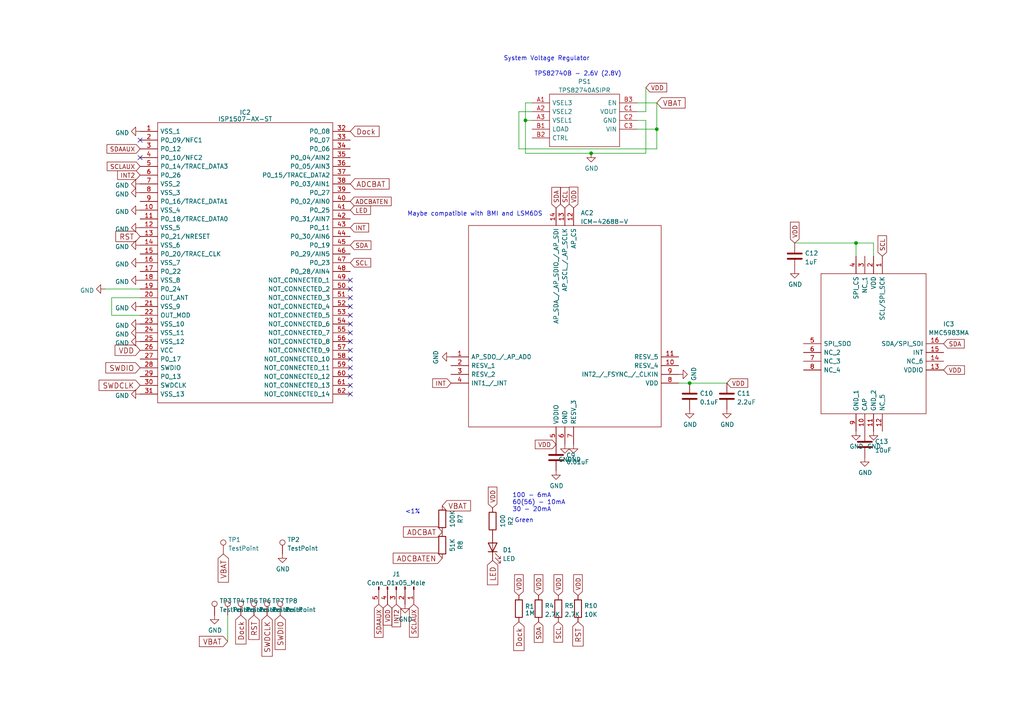
<source format=kicad_sch>
(kicad_sch (version 20230121) (generator eeschema)

  (uuid e63e39d7-6ac0-4ffd-8aa3-1841a4541b55)

  (paper "A4")

  (lib_symbols
    (symbol "Connector:Conn_01x05_Male" (pin_names (offset 1.016) hide) (in_bom yes) (on_board yes)
      (property "Reference" "J" (at 0 7.62 0)
        (effects (font (size 1.27 1.27)))
      )
      (property "Value" "Conn_01x05_Male" (at 0 -7.62 0)
        (effects (font (size 1.27 1.27)))
      )
      (property "Footprint" "" (at 0 0 0)
        (effects (font (size 1.27 1.27)) hide)
      )
      (property "Datasheet" "~" (at 0 0 0)
        (effects (font (size 1.27 1.27)) hide)
      )
      (property "ki_keywords" "connector" (at 0 0 0)
        (effects (font (size 1.27 1.27)) hide)
      )
      (property "ki_description" "Generic connector, single row, 01x05, script generated (kicad-library-utils/schlib/autogen/connector/)" (at 0 0 0)
        (effects (font (size 1.27 1.27)) hide)
      )
      (property "ki_fp_filters" "Connector*:*_1x??_*" (at 0 0 0)
        (effects (font (size 1.27 1.27)) hide)
      )
      (symbol "Conn_01x05_Male_1_1"
        (polyline
          (pts
            (xy 1.27 -5.08)
            (xy 0.8636 -5.08)
          )
          (stroke (width 0.1524) (type default))
          (fill (type none))
        )
        (polyline
          (pts
            (xy 1.27 -2.54)
            (xy 0.8636 -2.54)
          )
          (stroke (width 0.1524) (type default))
          (fill (type none))
        )
        (polyline
          (pts
            (xy 1.27 0)
            (xy 0.8636 0)
          )
          (stroke (width 0.1524) (type default))
          (fill (type none))
        )
        (polyline
          (pts
            (xy 1.27 2.54)
            (xy 0.8636 2.54)
          )
          (stroke (width 0.1524) (type default))
          (fill (type none))
        )
        (polyline
          (pts
            (xy 1.27 5.08)
            (xy 0.8636 5.08)
          )
          (stroke (width 0.1524) (type default))
          (fill (type none))
        )
        (rectangle (start 0.8636 -4.953) (end 0 -5.207)
          (stroke (width 0.1524) (type default))
          (fill (type outline))
        )
        (rectangle (start 0.8636 -2.413) (end 0 -2.667)
          (stroke (width 0.1524) (type default))
          (fill (type outline))
        )
        (rectangle (start 0.8636 0.127) (end 0 -0.127)
          (stroke (width 0.1524) (type default))
          (fill (type outline))
        )
        (rectangle (start 0.8636 2.667) (end 0 2.413)
          (stroke (width 0.1524) (type default))
          (fill (type outline))
        )
        (rectangle (start 0.8636 5.207) (end 0 4.953)
          (stroke (width 0.1524) (type default))
          (fill (type outline))
        )
        (pin passive line (at 5.08 5.08 180) (length 3.81)
          (name "Pin_1" (effects (font (size 1.27 1.27))))
          (number "1" (effects (font (size 1.27 1.27))))
        )
        (pin passive line (at 5.08 2.54 180) (length 3.81)
          (name "Pin_2" (effects (font (size 1.27 1.27))))
          (number "2" (effects (font (size 1.27 1.27))))
        )
        (pin passive line (at 5.08 0 180) (length 3.81)
          (name "Pin_3" (effects (font (size 1.27 1.27))))
          (number "3" (effects (font (size 1.27 1.27))))
        )
        (pin passive line (at 5.08 -2.54 180) (length 3.81)
          (name "Pin_4" (effects (font (size 1.27 1.27))))
          (number "4" (effects (font (size 1.27 1.27))))
        )
        (pin passive line (at 5.08 -5.08 180) (length 3.81)
          (name "Pin_5" (effects (font (size 1.27 1.27))))
          (number "5" (effects (font (size 1.27 1.27))))
        )
      )
    )
    (symbol "Connector:TestPoint" (pin_numbers hide) (pin_names (offset 0.762) hide) (in_bom yes) (on_board yes)
      (property "Reference" "TP" (at 0 6.858 0)
        (effects (font (size 1.27 1.27)))
      )
      (property "Value" "TestPoint" (at 0 5.08 0)
        (effects (font (size 1.27 1.27)))
      )
      (property "Footprint" "" (at 5.08 0 0)
        (effects (font (size 1.27 1.27)) hide)
      )
      (property "Datasheet" "~" (at 5.08 0 0)
        (effects (font (size 1.27 1.27)) hide)
      )
      (property "ki_keywords" "test point tp" (at 0 0 0)
        (effects (font (size 1.27 1.27)) hide)
      )
      (property "ki_description" "test point" (at 0 0 0)
        (effects (font (size 1.27 1.27)) hide)
      )
      (property "ki_fp_filters" "Pin* Test*" (at 0 0 0)
        (effects (font (size 1.27 1.27)) hide)
      )
      (symbol "TestPoint_0_1"
        (circle (center 0 3.302) (radius 0.762)
          (stroke (width 0) (type default))
          (fill (type none))
        )
      )
      (symbol "TestPoint_1_1"
        (pin passive line (at 0 0 90) (length 2.54)
          (name "1" (effects (font (size 1.27 1.27))))
          (number "1" (effects (font (size 1.27 1.27))))
        )
      )
    )
    (symbol "Device:C" (pin_numbers hide) (pin_names (offset 0.254)) (in_bom yes) (on_board yes)
      (property "Reference" "C" (at 0.635 2.54 0)
        (effects (font (size 1.27 1.27)) (justify left))
      )
      (property "Value" "C" (at 0.635 -2.54 0)
        (effects (font (size 1.27 1.27)) (justify left))
      )
      (property "Footprint" "" (at 0.9652 -3.81 0)
        (effects (font (size 1.27 1.27)) hide)
      )
      (property "Datasheet" "~" (at 0 0 0)
        (effects (font (size 1.27 1.27)) hide)
      )
      (property "ki_keywords" "cap capacitor" (at 0 0 0)
        (effects (font (size 1.27 1.27)) hide)
      )
      (property "ki_description" "Unpolarized capacitor" (at 0 0 0)
        (effects (font (size 1.27 1.27)) hide)
      )
      (property "ki_fp_filters" "C_*" (at 0 0 0)
        (effects (font (size 1.27 1.27)) hide)
      )
      (symbol "C_0_1"
        (polyline
          (pts
            (xy -2.032 -0.762)
            (xy 2.032 -0.762)
          )
          (stroke (width 0.508) (type default))
          (fill (type none))
        )
        (polyline
          (pts
            (xy -2.032 0.762)
            (xy 2.032 0.762)
          )
          (stroke (width 0.508) (type default))
          (fill (type none))
        )
      )
      (symbol "C_1_1"
        (pin passive line (at 0 3.81 270) (length 2.794)
          (name "~" (effects (font (size 1.27 1.27))))
          (number "1" (effects (font (size 1.27 1.27))))
        )
        (pin passive line (at 0 -3.81 90) (length 2.794)
          (name "~" (effects (font (size 1.27 1.27))))
          (number "2" (effects (font (size 1.27 1.27))))
        )
      )
    )
    (symbol "Device:LED" (pin_numbers hide) (pin_names (offset 1.016) hide) (in_bom yes) (on_board yes)
      (property "Reference" "D" (at 0 2.54 0)
        (effects (font (size 1.27 1.27)))
      )
      (property "Value" "LED" (at 0 -2.54 0)
        (effects (font (size 1.27 1.27)))
      )
      (property "Footprint" "" (at 0 0 0)
        (effects (font (size 1.27 1.27)) hide)
      )
      (property "Datasheet" "~" (at 0 0 0)
        (effects (font (size 1.27 1.27)) hide)
      )
      (property "ki_keywords" "LED diode" (at 0 0 0)
        (effects (font (size 1.27 1.27)) hide)
      )
      (property "ki_description" "Light emitting diode" (at 0 0 0)
        (effects (font (size 1.27 1.27)) hide)
      )
      (property "ki_fp_filters" "LED* LED_SMD:* LED_THT:*" (at 0 0 0)
        (effects (font (size 1.27 1.27)) hide)
      )
      (symbol "LED_0_1"
        (polyline
          (pts
            (xy -1.27 -1.27)
            (xy -1.27 1.27)
          )
          (stroke (width 0.254) (type default))
          (fill (type none))
        )
        (polyline
          (pts
            (xy -1.27 0)
            (xy 1.27 0)
          )
          (stroke (width 0) (type default))
          (fill (type none))
        )
        (polyline
          (pts
            (xy 1.27 -1.27)
            (xy 1.27 1.27)
            (xy -1.27 0)
            (xy 1.27 -1.27)
          )
          (stroke (width 0.254) (type default))
          (fill (type none))
        )
        (polyline
          (pts
            (xy -3.048 -0.762)
            (xy -4.572 -2.286)
            (xy -3.81 -2.286)
            (xy -4.572 -2.286)
            (xy -4.572 -1.524)
          )
          (stroke (width 0) (type default))
          (fill (type none))
        )
        (polyline
          (pts
            (xy -1.778 -0.762)
            (xy -3.302 -2.286)
            (xy -2.54 -2.286)
            (xy -3.302 -2.286)
            (xy -3.302 -1.524)
          )
          (stroke (width 0) (type default))
          (fill (type none))
        )
      )
      (symbol "LED_1_1"
        (pin passive line (at -3.81 0 0) (length 2.54)
          (name "K" (effects (font (size 1.27 1.27))))
          (number "1" (effects (font (size 1.27 1.27))))
        )
        (pin passive line (at 3.81 0 180) (length 2.54)
          (name "A" (effects (font (size 1.27 1.27))))
          (number "2" (effects (font (size 1.27 1.27))))
        )
      )
    )
    (symbol "Device:R" (pin_numbers hide) (pin_names (offset 0)) (in_bom yes) (on_board yes)
      (property "Reference" "R" (at 2.032 0 90)
        (effects (font (size 1.27 1.27)))
      )
      (property "Value" "R" (at 0 0 90)
        (effects (font (size 1.27 1.27)))
      )
      (property "Footprint" "" (at -1.778 0 90)
        (effects (font (size 1.27 1.27)) hide)
      )
      (property "Datasheet" "~" (at 0 0 0)
        (effects (font (size 1.27 1.27)) hide)
      )
      (property "ki_keywords" "R res resistor" (at 0 0 0)
        (effects (font (size 1.27 1.27)) hide)
      )
      (property "ki_description" "Resistor" (at 0 0 0)
        (effects (font (size 1.27 1.27)) hide)
      )
      (property "ki_fp_filters" "R_*" (at 0 0 0)
        (effects (font (size 1.27 1.27)) hide)
      )
      (symbol "R_0_1"
        (rectangle (start -1.016 -2.54) (end 1.016 2.54)
          (stroke (width 0.254) (type default))
          (fill (type none))
        )
      )
      (symbol "R_1_1"
        (pin passive line (at 0 3.81 270) (length 1.27)
          (name "~" (effects (font (size 1.27 1.27))))
          (number "1" (effects (font (size 1.27 1.27))))
        )
        (pin passive line (at 0 -3.81 90) (length 1.27)
          (name "~" (effects (font (size 1.27 1.27))))
          (number "2" (effects (font (size 1.27 1.27))))
        )
      )
    )
    (symbol "SamacSys_Parts:ICM-42688-V" (pin_names (offset 0.762)) (in_bom yes) (on_board yes)
      (property "Reference" "AC" (at 62.23 43.18 0)
        (effects (font (size 1.27 1.27)) (justify left))
      )
      (property "Value" "ICM-42688-V" (at 62.23 40.64 0)
        (effects (font (size 1.27 1.27)) (justify left))
      )
      (property "Footprint" "IIM42352" (at 62.23 38.1 0)
        (effects (font (size 1.27 1.27)) (justify left) hide)
      )
      (property "Datasheet" "https://3cfeqx1hf82y3xcoull08ihx-wpengine.netdna-ssl.com/wp-content/uploads/2021/04/DS-000439-ICM-42688-V-v1.1.pdf" (at 62.23 35.56 0)
        (effects (font (size 1.27 1.27)) (justify left) hide)
      )
      (property "Description" "High Precision 6-Axis MEMS MotionTracking? Device with Advanced Sensor Fusion Library" (at 62.23 33.02 0)
        (effects (font (size 1.27 1.27)) (justify left) hide)
      )
      (property "Height" "" (at 62.23 30.48 0)
        (effects (font (size 1.27 1.27)) (justify left) hide)
      )
      (property "Mouser Part Number" "410-ICM-42688-V" (at 62.23 27.94 0)
        (effects (font (size 1.27 1.27)) (justify left) hide)
      )
      (property "Mouser Price/Stock" "https://www.mouser.co.uk/ProductDetail/TDK-InvenSense/ICM-42688-V?qs=iLbezkQI%252Bsj8X%2F1CCh43jQ%3D%3D" (at 62.23 25.4 0)
        (effects (font (size 1.27 1.27)) (justify left) hide)
      )
      (property "Manufacturer_Name" "TDK" (at 62.23 22.86 0)
        (effects (font (size 1.27 1.27)) (justify left) hide)
      )
      (property "Manufacturer_Part_Number" "ICM-42688-V" (at 62.23 20.32 0)
        (effects (font (size 1.27 1.27)) (justify left) hide)
      )
      (property "ki_description" "High Precision 6-Axis MEMS MotionTracking? Device with Advanced Sensor Fusion Library" (at 0 0 0)
        (effects (font (size 1.27 1.27)) hide)
      )
      (symbol "ICM-42688-V_0_0"
        (pin passive line (at 0 0 0) (length 5.08)
          (name "AP_SDO_/_AP_AD0" (effects (font (size 1.27 1.27))))
          (number "1" (effects (font (size 1.27 1.27))))
        )
        (pin passive line (at 66.04 -2.54 180) (length 5.08)
          (name "RESV_4" (effects (font (size 1.27 1.27))))
          (number "10" (effects (font (size 1.27 1.27))))
        )
        (pin passive line (at 66.04 0 180) (length 5.08)
          (name "RESV_5" (effects (font (size 1.27 1.27))))
          (number "11" (effects (font (size 1.27 1.27))))
        )
        (pin passive line (at 35.56 43.18 270) (length 5.08)
          (name "AP_CS" (effects (font (size 1.27 1.27))))
          (number "12" (effects (font (size 1.27 1.27))))
        )
        (pin passive line (at 33.02 43.18 270) (length 5.08)
          (name "AP_SCL_/_AP_SCLK" (effects (font (size 1.27 1.27))))
          (number "13" (effects (font (size 1.27 1.27))))
        )
        (pin passive line (at 30.48 43.18 270) (length 5.08)
          (name "AP_SDA_/_AP_SDIO_/_AP_SDI" (effects (font (size 1.27 1.27))))
          (number "14" (effects (font (size 1.27 1.27))))
        )
        (pin passive line (at 0 -2.54 0) (length 5.08)
          (name "RESV_1" (effects (font (size 1.27 1.27))))
          (number "2" (effects (font (size 1.27 1.27))))
        )
        (pin passive line (at 0 -5.08 0) (length 5.08)
          (name "RESV_2" (effects (font (size 1.27 1.27))))
          (number "3" (effects (font (size 1.27 1.27))))
        )
        (pin passive line (at 0 -7.62 0) (length 5.08)
          (name "INT1_/_INT" (effects (font (size 1.27 1.27))))
          (number "4" (effects (font (size 1.27 1.27))))
        )
        (pin passive line (at 30.48 -25.4 90) (length 5.08)
          (name "VDDIO" (effects (font (size 1.27 1.27))))
          (number "5" (effects (font (size 1.27 1.27))))
        )
        (pin passive line (at 33.02 -25.4 90) (length 5.08)
          (name "GND" (effects (font (size 1.27 1.27))))
          (number "6" (effects (font (size 1.27 1.27))))
        )
        (pin passive line (at 35.56 -25.4 90) (length 5.08)
          (name "RESV_3" (effects (font (size 1.27 1.27))))
          (number "7" (effects (font (size 1.27 1.27))))
        )
        (pin passive line (at 66.04 -7.62 180) (length 5.08)
          (name "VDD" (effects (font (size 1.27 1.27))))
          (number "8" (effects (font (size 1.27 1.27))))
        )
        (pin passive line (at 66.04 -5.08 180) (length 5.08)
          (name "INT2_/_FSYNC_/_CLKIN" (effects (font (size 1.27 1.27))))
          (number "9" (effects (font (size 1.27 1.27))))
        )
      )
      (symbol "ICM-42688-V_0_1"
        (polyline
          (pts
            (xy 5.08 38.1)
            (xy 60.96 38.1)
            (xy 60.96 -20.32)
            (xy 5.08 -20.32)
            (xy 5.08 38.1)
          )
          (stroke (width 0.1524) (type default))
          (fill (type none))
        )
      )
    )
    (symbol "SamacSys_Parts:ISP1507-AX-ST" (pin_names (offset 0.762)) (in_bom yes) (on_board yes)
      (property "Reference" "IC" (at 57.15 7.62 0)
        (effects (font (size 1.27 1.27)) (justify left))
      )
      (property "Value" "ISP1507-AX-ST" (at 57.15 5.08 0)
        (effects (font (size 1.27 1.27)) (justify left))
      )
      (property "Footprint" "ISP1507AXST" (at 57.15 2.54 0)
        (effects (font (size 1.27 1.27)) (justify left) hide)
      )
      (property "Datasheet" "https://componentsearchengine.com//ISP1507-AX-ST.pdf" (at 57.15 0 0)
        (effects (font (size 1.27 1.27)) (justify left) hide)
      )
      (property "Description" "Bluetooth Modules - 802.15.1 ISP1507-AX BLE Module with Antenna 512 K Flash/ 64 K Ram - standard tray or cut and tape" (at 57.15 -2.54 0)
        (effects (font (size 1.27 1.27)) (justify left) hide)
      )
      (property "Height" "1" (at 57.15 -5.08 0)
        (effects (font (size 1.27 1.27)) (justify left) hide)
      )
      (property "Manufacturer_Name" "Insight SIP" (at 57.15 -7.62 0)
        (effects (font (size 1.27 1.27)) (justify left) hide)
      )
      (property "Manufacturer_Part_Number" "ISP1507-AX-ST" (at 57.15 -10.16 0)
        (effects (font (size 1.27 1.27)) (justify left) hide)
      )
      (property "Mouser Part Number" "359-ISP1507-AX-ST" (at 57.15 -12.7 0)
        (effects (font (size 1.27 1.27)) (justify left) hide)
      )
      (property "Mouser Price/Stock" "https://www.mouser.co.uk/ProductDetail/Insight-SiP/ISP1507-AX-ST?qs=wd5RIQLrsJivGpFEQJhwXQ%3D%3D" (at 57.15 -15.24 0)
        (effects (font (size 1.27 1.27)) (justify left) hide)
      )
      (property "Arrow Part Number" "" (at 57.15 -17.78 0)
        (effects (font (size 1.27 1.27)) (justify left) hide)
      )
      (property "Arrow Price/Stock" "" (at 57.15 -20.32 0)
        (effects (font (size 1.27 1.27)) (justify left) hide)
      )
      (property "ki_description" "Bluetooth Modules - 802.15.1 ISP1507-AX BLE Module with Antenna 512 K Flash/ 64 K Ram - standard tray or cut and tape" (at 0 0 0)
        (effects (font (size 1.27 1.27)) hide)
      )
      (symbol "ISP1507-AX-ST_0_0"
        (pin passive line (at 0 0 0) (length 5.08)
          (name "VSS_1" (effects (font (size 1.27 1.27))))
          (number "1" (effects (font (size 1.27 1.27))))
        )
        (pin passive line (at 0 -22.86 0) (length 5.08)
          (name "VSS_4" (effects (font (size 1.27 1.27))))
          (number "10" (effects (font (size 1.27 1.27))))
        )
        (pin passive line (at 0 -25.4 0) (length 5.08)
          (name "P0_18/TRACE_DATA0" (effects (font (size 1.27 1.27))))
          (number "11" (effects (font (size 1.27 1.27))))
        )
        (pin passive line (at 0 -27.94 0) (length 5.08)
          (name "VSS_5" (effects (font (size 1.27 1.27))))
          (number "12" (effects (font (size 1.27 1.27))))
        )
        (pin passive line (at 0 -30.48 0) (length 5.08)
          (name "P0_21/NRESET" (effects (font (size 1.27 1.27))))
          (number "13" (effects (font (size 1.27 1.27))))
        )
        (pin passive line (at 0 -33.02 0) (length 5.08)
          (name "VSS_6" (effects (font (size 1.27 1.27))))
          (number "14" (effects (font (size 1.27 1.27))))
        )
        (pin passive line (at 0 -35.56 0) (length 5.08)
          (name "P0_20/TRACE_CLK" (effects (font (size 1.27 1.27))))
          (number "15" (effects (font (size 1.27 1.27))))
        )
        (pin passive line (at 0 -38.1 0) (length 5.08)
          (name "VSS_7" (effects (font (size 1.27 1.27))))
          (number "16" (effects (font (size 1.27 1.27))))
        )
        (pin passive line (at 0 -40.64 0) (length 5.08)
          (name "P0_22" (effects (font (size 1.27 1.27))))
          (number "17" (effects (font (size 1.27 1.27))))
        )
        (pin passive line (at 0 -43.18 0) (length 5.08)
          (name "VSS_8" (effects (font (size 1.27 1.27))))
          (number "18" (effects (font (size 1.27 1.27))))
        )
        (pin passive line (at 0 -45.72 0) (length 5.08)
          (name "P0_24" (effects (font (size 1.27 1.27))))
          (number "19" (effects (font (size 1.27 1.27))))
        )
        (pin passive line (at 0 -2.54 0) (length 5.08)
          (name "P0_09/NFC1" (effects (font (size 1.27 1.27))))
          (number "2" (effects (font (size 1.27 1.27))))
        )
        (pin passive line (at 0 -48.26 0) (length 5.08)
          (name "OUT_ANT" (effects (font (size 1.27 1.27))))
          (number "20" (effects (font (size 1.27 1.27))))
        )
        (pin passive line (at 0 -50.8 0) (length 5.08)
          (name "VSS_9" (effects (font (size 1.27 1.27))))
          (number "21" (effects (font (size 1.27 1.27))))
        )
        (pin passive line (at 0 -53.34 0) (length 5.08)
          (name "OUT_MOD" (effects (font (size 1.27 1.27))))
          (number "22" (effects (font (size 1.27 1.27))))
        )
        (pin passive line (at 0 -55.88 0) (length 5.08)
          (name "VSS_10" (effects (font (size 1.27 1.27))))
          (number "23" (effects (font (size 1.27 1.27))))
        )
        (pin passive line (at 0 -58.42 0) (length 5.08)
          (name "VSS_11" (effects (font (size 1.27 1.27))))
          (number "24" (effects (font (size 1.27 1.27))))
        )
        (pin passive line (at 0 -60.96 0) (length 5.08)
          (name "VSS_12" (effects (font (size 1.27 1.27))))
          (number "25" (effects (font (size 1.27 1.27))))
        )
        (pin passive line (at 0 -63.5 0) (length 5.08)
          (name "VCC" (effects (font (size 1.27 1.27))))
          (number "26" (effects (font (size 1.27 1.27))))
        )
        (pin passive line (at 0 -66.04 0) (length 5.08)
          (name "P0_17" (effects (font (size 1.27 1.27))))
          (number "27" (effects (font (size 1.27 1.27))))
        )
        (pin passive line (at 0 -68.58 0) (length 5.08)
          (name "SWDIO" (effects (font (size 1.27 1.27))))
          (number "28" (effects (font (size 1.27 1.27))))
        )
        (pin passive line (at 0 -71.12 0) (length 5.08)
          (name "P0_13" (effects (font (size 1.27 1.27))))
          (number "29" (effects (font (size 1.27 1.27))))
        )
        (pin passive line (at 0 -5.08 0) (length 5.08)
          (name "P0_12" (effects (font (size 1.27 1.27))))
          (number "3" (effects (font (size 1.27 1.27))))
        )
        (pin passive line (at 0 -73.66 0) (length 5.08)
          (name "SWDCLK" (effects (font (size 1.27 1.27))))
          (number "30" (effects (font (size 1.27 1.27))))
        )
        (pin passive line (at 0 -76.2 0) (length 5.08)
          (name "VSS_13" (effects (font (size 1.27 1.27))))
          (number "31" (effects (font (size 1.27 1.27))))
        )
        (pin passive line (at 60.96 0 180) (length 5.08)
          (name "P0_08" (effects (font (size 1.27 1.27))))
          (number "32" (effects (font (size 1.27 1.27))))
        )
        (pin passive line (at 60.96 -2.54 180) (length 5.08)
          (name "P0_07" (effects (font (size 1.27 1.27))))
          (number "33" (effects (font (size 1.27 1.27))))
        )
        (pin passive line (at 60.96 -5.08 180) (length 5.08)
          (name "P0_06" (effects (font (size 1.27 1.27))))
          (number "34" (effects (font (size 1.27 1.27))))
        )
        (pin passive line (at 60.96 -7.62 180) (length 5.08)
          (name "P0_04/AIN2" (effects (font (size 1.27 1.27))))
          (number "35" (effects (font (size 1.27 1.27))))
        )
        (pin passive line (at 60.96 -10.16 180) (length 5.08)
          (name "P0_05/AIN3" (effects (font (size 1.27 1.27))))
          (number "36" (effects (font (size 1.27 1.27))))
        )
        (pin passive line (at 60.96 -12.7 180) (length 5.08)
          (name "P0_15/TRACE_DATA2" (effects (font (size 1.27 1.27))))
          (number "37" (effects (font (size 1.27 1.27))))
        )
        (pin passive line (at 60.96 -15.24 180) (length 5.08)
          (name "P0_03/AIN1" (effects (font (size 1.27 1.27))))
          (number "38" (effects (font (size 1.27 1.27))))
        )
        (pin passive line (at 60.96 -17.78 180) (length 5.08)
          (name "P0_27" (effects (font (size 1.27 1.27))))
          (number "39" (effects (font (size 1.27 1.27))))
        )
        (pin passive line (at 0 -7.62 0) (length 5.08)
          (name "P0_10/NFC2" (effects (font (size 1.27 1.27))))
          (number "4" (effects (font (size 1.27 1.27))))
        )
        (pin passive line (at 60.96 -20.32 180) (length 5.08)
          (name "P0_02/AIN0" (effects (font (size 1.27 1.27))))
          (number "40" (effects (font (size 1.27 1.27))))
        )
        (pin passive line (at 60.96 -22.86 180) (length 5.08)
          (name "P0_25" (effects (font (size 1.27 1.27))))
          (number "41" (effects (font (size 1.27 1.27))))
        )
        (pin passive line (at 60.96 -25.4 180) (length 5.08)
          (name "P0_31/AIN7" (effects (font (size 1.27 1.27))))
          (number "42" (effects (font (size 1.27 1.27))))
        )
        (pin passive line (at 60.96 -27.94 180) (length 5.08)
          (name "P0_11" (effects (font (size 1.27 1.27))))
          (number "43" (effects (font (size 1.27 1.27))))
        )
        (pin passive line (at 60.96 -30.48 180) (length 5.08)
          (name "P0_30/AIN6" (effects (font (size 1.27 1.27))))
          (number "44" (effects (font (size 1.27 1.27))))
        )
        (pin passive line (at 60.96 -33.02 180) (length 5.08)
          (name "P0_19" (effects (font (size 1.27 1.27))))
          (number "45" (effects (font (size 1.27 1.27))))
        )
        (pin passive line (at 60.96 -35.56 180) (length 5.08)
          (name "P0_29/AIN5" (effects (font (size 1.27 1.27))))
          (number "46" (effects (font (size 1.27 1.27))))
        )
        (pin passive line (at 60.96 -38.1 180) (length 5.08)
          (name "P0_23" (effects (font (size 1.27 1.27))))
          (number "47" (effects (font (size 1.27 1.27))))
        )
        (pin passive line (at 60.96 -40.64 180) (length 5.08)
          (name "P0_28/AIN4" (effects (font (size 1.27 1.27))))
          (number "48" (effects (font (size 1.27 1.27))))
        )
        (pin passive line (at 60.96 -43.18 180) (length 5.08)
          (name "NOT_CONNECTED_1" (effects (font (size 1.27 1.27))))
          (number "49" (effects (font (size 1.27 1.27))))
        )
        (pin passive line (at 0 -10.16 0) (length 5.08)
          (name "P0_14/TRACE_DATA3" (effects (font (size 1.27 1.27))))
          (number "5" (effects (font (size 1.27 1.27))))
        )
        (pin passive line (at 60.96 -45.72 180) (length 5.08)
          (name "NOT_CONNECTED_2" (effects (font (size 1.27 1.27))))
          (number "50" (effects (font (size 1.27 1.27))))
        )
        (pin passive line (at 60.96 -48.26 180) (length 5.08)
          (name "NOT_CONNECTED_3" (effects (font (size 1.27 1.27))))
          (number "51" (effects (font (size 1.27 1.27))))
        )
        (pin passive line (at 60.96 -50.8 180) (length 5.08)
          (name "NOT_CONNECTED_4" (effects (font (size 1.27 1.27))))
          (number "52" (effects (font (size 1.27 1.27))))
        )
        (pin passive line (at 60.96 -53.34 180) (length 5.08)
          (name "NOT_CONNECTED_5" (effects (font (size 1.27 1.27))))
          (number "53" (effects (font (size 1.27 1.27))))
        )
        (pin passive line (at 60.96 -55.88 180) (length 5.08)
          (name "NOT_CONNECTED_6" (effects (font (size 1.27 1.27))))
          (number "54" (effects (font (size 1.27 1.27))))
        )
        (pin passive line (at 60.96 -58.42 180) (length 5.08)
          (name "NOT_CONNECTED_7" (effects (font (size 1.27 1.27))))
          (number "55" (effects (font (size 1.27 1.27))))
        )
        (pin passive line (at 60.96 -60.96 180) (length 5.08)
          (name "NOT_CONNECTED_8" (effects (font (size 1.27 1.27))))
          (number "56" (effects (font (size 1.27 1.27))))
        )
        (pin passive line (at 60.96 -63.5 180) (length 5.08)
          (name "NOT_CONNECTED_9" (effects (font (size 1.27 1.27))))
          (number "57" (effects (font (size 1.27 1.27))))
        )
        (pin passive line (at 60.96 -66.04 180) (length 5.08)
          (name "NOT_CONNECTED_10" (effects (font (size 1.27 1.27))))
          (number "58" (effects (font (size 1.27 1.27))))
        )
        (pin passive line (at 60.96 -68.58 180) (length 5.08)
          (name "NOT_CONNECTED_11" (effects (font (size 1.27 1.27))))
          (number "59" (effects (font (size 1.27 1.27))))
        )
        (pin passive line (at 0 -12.7 0) (length 5.08)
          (name "P0_26" (effects (font (size 1.27 1.27))))
          (number "6" (effects (font (size 1.27 1.27))))
        )
        (pin passive line (at 60.96 -71.12 180) (length 5.08)
          (name "NOT_CONNECTED_12" (effects (font (size 1.27 1.27))))
          (number "60" (effects (font (size 1.27 1.27))))
        )
        (pin passive line (at 60.96 -73.66 180) (length 5.08)
          (name "NOT_CONNECTED_13" (effects (font (size 1.27 1.27))))
          (number "61" (effects (font (size 1.27 1.27))))
        )
        (pin passive line (at 60.96 -76.2 180) (length 5.08)
          (name "NOT_CONNECTED_14" (effects (font (size 1.27 1.27))))
          (number "62" (effects (font (size 1.27 1.27))))
        )
        (pin passive line (at 0 -15.24 0) (length 5.08)
          (name "VSS_2" (effects (font (size 1.27 1.27))))
          (number "7" (effects (font (size 1.27 1.27))))
        )
        (pin passive line (at 0 -17.78 0) (length 5.08)
          (name "VSS_3" (effects (font (size 1.27 1.27))))
          (number "8" (effects (font (size 1.27 1.27))))
        )
        (pin passive line (at 0 -20.32 0) (length 5.08)
          (name "P0_16/TRACE_DATA1" (effects (font (size 1.27 1.27))))
          (number "9" (effects (font (size 1.27 1.27))))
        )
      )
      (symbol "ISP1507-AX-ST_0_1"
        (polyline
          (pts
            (xy 5.08 2.54)
            (xy 55.88 2.54)
            (xy 55.88 -78.74)
            (xy 5.08 -78.74)
            (xy 5.08 2.54)
          )
          (stroke (width 0.1524) (type solid))
          (fill (type none))
        )
      )
    )
    (symbol "SamacSys_Parts:MMC5983MA" (pin_names (offset 0.762)) (in_bom yes) (on_board yes)
      (property "Reference" "IC" (at 36.83 25.4 0)
        (effects (font (size 1.27 1.27)) (justify left))
      )
      (property "Value" "MMC5983MA" (at 36.83 22.86 0)
        (effects (font (size 1.27 1.27)) (justify left))
      )
      (property "Footprint" "MMC5983MA" (at 36.83 20.32 0)
        (effects (font (size 1.27 1.27)) (justify left) hide)
      )
      (property "Datasheet" "" (at 36.83 17.78 0)
        (effects (font (size 1.27 1.27)) (justify left) hide)
      )
      (property "Description" "3-AXIS MAGNETIC SENSOR" (at 36.83 15.24 0)
        (effects (font (size 1.27 1.27)) (justify left) hide)
      )
      (property "Height" "1" (at 36.83 12.7 0)
        (effects (font (size 1.27 1.27)) (justify left) hide)
      )
      (property "Mouser Part Number" "438-MMC5983MA" (at 36.83 10.16 0)
        (effects (font (size 1.27 1.27)) (justify left) hide)
      )
      (property "Mouser Price/Stock" "https://www.mouser.co.uk/ProductDetail/MEMSIC/MMC5983MA?qs=B6kkDfuK7%2FD5qasHMdEt2g%3D%3D" (at 36.83 7.62 0)
        (effects (font (size 1.27 1.27)) (justify left) hide)
      )
      (property "Manufacturer_Name" "MEMSIC" (at 36.83 5.08 0)
        (effects (font (size 1.27 1.27)) (justify left) hide)
      )
      (property "Manufacturer_Part_Number" "MMC5983MA" (at 36.83 2.54 0)
        (effects (font (size 1.27 1.27)) (justify left) hide)
      )
      (property "ki_description" "3-AXIS MAGNETIC SENSOR" (at 0 0 0)
        (effects (font (size 1.27 1.27)) hide)
      )
      (symbol "MMC5983MA_0_0"
        (pin passive line (at 22.86 25.4 270) (length 5.08)
          (name "SCL/SPI_SCK" (effects (font (size 1.27 1.27))))
          (number "1" (effects (font (size 1.27 1.27))))
        )
        (pin passive line (at 17.78 -25.4 90) (length 5.08)
          (name "CAP" (effects (font (size 1.27 1.27))))
          (number "10" (effects (font (size 1.27 1.27))))
        )
        (pin passive line (at 20.32 -25.4 90) (length 5.08)
          (name "GND_2" (effects (font (size 1.27 1.27))))
          (number "11" (effects (font (size 1.27 1.27))))
        )
        (pin passive line (at 22.86 -25.4 90) (length 5.08)
          (name "NC_5" (effects (font (size 1.27 1.27))))
          (number "12" (effects (font (size 1.27 1.27))))
        )
        (pin passive line (at 40.64 -7.62 180) (length 5.08)
          (name "VDDIO" (effects (font (size 1.27 1.27))))
          (number "13" (effects (font (size 1.27 1.27))))
        )
        (pin passive line (at 40.64 -5.08 180) (length 5.08)
          (name "NC_6" (effects (font (size 1.27 1.27))))
          (number "14" (effects (font (size 1.27 1.27))))
        )
        (pin passive line (at 40.64 -2.54 180) (length 5.08)
          (name "INT" (effects (font (size 1.27 1.27))))
          (number "15" (effects (font (size 1.27 1.27))))
        )
        (pin passive line (at 40.64 0 180) (length 5.08)
          (name "SDA/SPI_SDI" (effects (font (size 1.27 1.27))))
          (number "16" (effects (font (size 1.27 1.27))))
        )
        (pin passive line (at 20.32 25.4 270) (length 5.08)
          (name "VDD" (effects (font (size 1.27 1.27))))
          (number "2" (effects (font (size 1.27 1.27))))
        )
        (pin passive line (at 17.78 25.4 270) (length 5.08)
          (name "NC_1" (effects (font (size 1.27 1.27))))
          (number "3" (effects (font (size 1.27 1.27))))
        )
        (pin passive line (at 15.24 25.4 270) (length 5.08)
          (name "SPI_CS" (effects (font (size 1.27 1.27))))
          (number "4" (effects (font (size 1.27 1.27))))
        )
        (pin passive line (at 0 0 0) (length 5.08)
          (name "SPI_SDO" (effects (font (size 1.27 1.27))))
          (number "5" (effects (font (size 1.27 1.27))))
        )
        (pin passive line (at 0 -2.54 0) (length 5.08)
          (name "NC_2" (effects (font (size 1.27 1.27))))
          (number "6" (effects (font (size 1.27 1.27))))
        )
        (pin passive line (at 0 -5.08 0) (length 5.08)
          (name "NC_3" (effects (font (size 1.27 1.27))))
          (number "7" (effects (font (size 1.27 1.27))))
        )
        (pin passive line (at 0 -7.62 0) (length 5.08)
          (name "NC_4" (effects (font (size 1.27 1.27))))
          (number "8" (effects (font (size 1.27 1.27))))
        )
        (pin passive line (at 15.24 -25.4 90) (length 5.08)
          (name "GND_1" (effects (font (size 1.27 1.27))))
          (number "9" (effects (font (size 1.27 1.27))))
        )
      )
      (symbol "MMC5983MA_0_1"
        (polyline
          (pts
            (xy 5.08 20.32)
            (xy 35.56 20.32)
            (xy 35.56 -20.32)
            (xy 5.08 -20.32)
            (xy 5.08 20.32)
          )
          (stroke (width 0.1524) (type default))
          (fill (type none))
        )
      )
    )
    (symbol "SamacSys_Parts:TPS82740ASIPR" (pin_names (offset 0.762)) (in_bom yes) (on_board yes)
      (property "Reference" "PS" (at 26.67 7.62 0)
        (effects (font (size 1.27 1.27)) (justify left))
      )
      (property "Value" "TPS82740ASIPR" (at 26.67 5.08 0)
        (effects (font (size 1.27 1.27)) (justify left))
      )
      (property "Footprint" "TPS82740ASIPR" (at 26.67 2.54 0)
        (effects (font (size 1.27 1.27)) (justify left) hide)
      )
      (property "Datasheet" "https://www.ti.com/lit/ds/symlink/tps82740a.pdf?HQS=dis-mous-null-mousermode-dsf-pf-null-wwe&ts=1644825565192&ref_url=https%253A%252F%252Fwww.mouser.in%252F" (at 26.67 0 0)
        (effects (font (size 1.27 1.27)) (justify left) hide)
      )
      (property "Description" "Non-Isolated DC/DC Converters 200-mA Stp-Dwn Converter" (at 26.67 -2.54 0)
        (effects (font (size 1.27 1.27)) (justify left) hide)
      )
      (property "Height" "1.1" (at 26.67 -5.08 0)
        (effects (font (size 1.27 1.27)) (justify left) hide)
      )
      (property "Mouser Part Number" "595-TPS82740ASIPR" (at 26.67 -7.62 0)
        (effects (font (size 1.27 1.27)) (justify left) hide)
      )
      (property "Mouser Price/Stock" "https://www.mouser.co.uk/ProductDetail/Texas-Instruments/TPS82740ASIPR?qs=7z%252BmIopC6%2FJxHjP1eNKOJw%3D%3D" (at 26.67 -10.16 0)
        (effects (font (size 1.27 1.27)) (justify left) hide)
      )
      (property "Manufacturer_Name" "Texas Instruments" (at 26.67 -12.7 0)
        (effects (font (size 1.27 1.27)) (justify left) hide)
      )
      (property "Manufacturer_Part_Number" "TPS82740ASIPR" (at 26.67 -15.24 0)
        (effects (font (size 1.27 1.27)) (justify left) hide)
      )
      (property "ki_description" "Non-Isolated DC/DC Converters 200-mA Stp-Dwn Converter" (at 0 0 0)
        (effects (font (size 1.27 1.27)) hide)
      )
      (symbol "TPS82740ASIPR_0_0"
        (pin passive line (at 0 0 0) (length 5.08)
          (name "VSEL3" (effects (font (size 1.27 1.27))))
          (number "A1" (effects (font (size 1.27 1.27))))
        )
        (pin passive line (at 0 -2.54 0) (length 5.08)
          (name "VSEL2" (effects (font (size 1.27 1.27))))
          (number "A2" (effects (font (size 1.27 1.27))))
        )
        (pin passive line (at 0 -5.08 0) (length 5.08)
          (name "VSEL1" (effects (font (size 1.27 1.27))))
          (number "A3" (effects (font (size 1.27 1.27))))
        )
        (pin passive line (at 0 -7.62 0) (length 5.08)
          (name "LOAD" (effects (font (size 1.27 1.27))))
          (number "B1" (effects (font (size 1.27 1.27))))
        )
        (pin passive line (at 0 -10.16 0) (length 5.08)
          (name "CTRL" (effects (font (size 1.27 1.27))))
          (number "B2" (effects (font (size 1.27 1.27))))
        )
        (pin passive line (at 30.48 0 180) (length 5.08)
          (name "EN" (effects (font (size 1.27 1.27))))
          (number "B3" (effects (font (size 1.27 1.27))))
        )
        (pin passive line (at 30.48 -2.54 180) (length 5.08)
          (name "VOUT" (effects (font (size 1.27 1.27))))
          (number "C1" (effects (font (size 1.27 1.27))))
        )
        (pin passive line (at 30.48 -5.08 180) (length 5.08)
          (name "GND" (effects (font (size 1.27 1.27))))
          (number "C2" (effects (font (size 1.27 1.27))))
        )
        (pin passive line (at 30.48 -7.62 180) (length 5.08)
          (name "VIN" (effects (font (size 1.27 1.27))))
          (number "C3" (effects (font (size 1.27 1.27))))
        )
      )
      (symbol "TPS82740ASIPR_0_1"
        (polyline
          (pts
            (xy 5.08 2.54)
            (xy 25.4 2.54)
            (xy 25.4 -12.7)
            (xy 5.08 -12.7)
            (xy 5.08 2.54)
          )
          (stroke (width 0.1524) (type default))
          (fill (type none))
        )
      )
    )
    (symbol "power:GND" (power) (pin_names (offset 0)) (in_bom yes) (on_board yes)
      (property "Reference" "#PWR" (at 0 -6.35 0)
        (effects (font (size 1.27 1.27)) hide)
      )
      (property "Value" "GND" (at 0 -3.81 0)
        (effects (font (size 1.27 1.27)))
      )
      (property "Footprint" "" (at 0 0 0)
        (effects (font (size 1.27 1.27)) hide)
      )
      (property "Datasheet" "" (at 0 0 0)
        (effects (font (size 1.27 1.27)) hide)
      )
      (property "ki_keywords" "power-flag" (at 0 0 0)
        (effects (font (size 1.27 1.27)) hide)
      )
      (property "ki_description" "Power symbol creates a global label with name \"GND\" , ground" (at 0 0 0)
        (effects (font (size 1.27 1.27)) hide)
      )
      (symbol "GND_0_1"
        (polyline
          (pts
            (xy 0 0)
            (xy 0 -1.27)
            (xy 1.27 -1.27)
            (xy 0 -2.54)
            (xy -1.27 -1.27)
            (xy 0 -1.27)
          )
          (stroke (width 0) (type default))
          (fill (type none))
        )
      )
      (symbol "GND_1_1"
        (pin power_in line (at 0 0 270) (length 0) hide
          (name "GND" (effects (font (size 1.27 1.27))))
          (number "1" (effects (font (size 1.27 1.27))))
        )
      )
    )
  )

  (junction (at 171.45 44.45) (diameter 0) (color 0 0 0 0)
    (uuid 3cd33bf9-f10a-47a8-b8e4-96a21e9080a3)
  )
  (junction (at 200.025 111.125) (diameter 0) (color 0 0 0 0)
    (uuid 41081520-67e0-49de-be21-675d3fc00984)
  )
  (junction (at 152.4 34.925) (diameter 0) (color 0 0 0 0)
    (uuid 4a438103-2a20-4099-ac02-cd0c2d601367)
  )
  (junction (at 190.5 37.465) (diameter 0) (color 0 0 0 0)
    (uuid 907c580c-f12e-4283-a128-467c719c5ea3)
  )
  (junction (at 248.285 70.485) (diameter 0) (color 0 0 0 0)
    (uuid aab30d57-8d85-47c7-ae63-d2d45eadd0c3)
  )

  (no_connect (at 101.6 111.76) (uuid 03d11079-7335-4025-9bba-cd8012592efc))
  (no_connect (at 101.6 88.9) (uuid 12653088-6782-45dc-b8af-452e81ec3e19))
  (no_connect (at 101.6 91.44) (uuid 29731899-eb73-4fc6-9c54-cf8d67550708))
  (no_connect (at 101.6 101.6) (uuid 490f44b9-cf94-4b54-8011-4a6e9541937f))
  (no_connect (at 101.6 106.68) (uuid 4994ab99-9e6f-42f7-bead-ba505afcf00e))
  (no_connect (at 101.6 81.28) (uuid 608d02dc-ef3e-4a34-8224-1bdc33fc7258))
  (no_connect (at 40.64 45.72) (uuid 6116cbc1-8bfc-4147-9d93-df8ad5662e38))
  (no_connect (at 40.64 40.64) (uuid 6116cbc1-8bfc-4147-9d93-df8ad5662e39))
  (no_connect (at 101.6 93.98) (uuid 7cf736dd-d35a-4ff3-8f1d-94d61d536b2a))
  (no_connect (at 101.6 86.36) (uuid 88785cb9-f1e8-46a7-9d24-7031611f613a))
  (no_connect (at 101.6 114.3) (uuid 963424b8-5c99-4226-be83-8ca9d93bef3e))
  (no_connect (at 101.6 96.52) (uuid 97ae6016-22f2-4d02-ad68-d4c4b3e20e65))
  (no_connect (at 101.6 99.06) (uuid b8d87649-c9cd-4d60-82a3-dee214097214))
  (no_connect (at 101.6 83.82) (uuid c47a7849-2f46-40fe-8c9e-23c285516c38))
  (no_connect (at 101.6 104.14) (uuid e22cc91c-6173-49ac-8f9d-a2eff98825a2))
  (no_connect (at 101.6 109.22) (uuid eb5fb258-0812-46ec-a71e-e0a705ae3f29))

  (wire (pts (xy 152.4 29.845) (xy 152.4 34.925))
    (stroke (width 0) (type default))
    (uuid 11e176fb-bc04-4140-8925-a3615d5cfe8b)
  )
  (wire (pts (xy 248.285 70.485) (xy 230.505 70.485))
    (stroke (width 0) (type default))
    (uuid 1415876c-1561-422d-8a61-fb7d3279d158)
  )
  (wire (pts (xy 154.305 34.925) (xy 152.4 34.925))
    (stroke (width 0) (type default))
    (uuid 1bb33481-4665-46d7-bd7a-d01b036c5aff)
  )
  (wire (pts (xy 253.365 70.485) (xy 248.285 70.485))
    (stroke (width 0) (type default))
    (uuid 2c8ca48d-a1e4-4785-a838-698f5f543d65)
  )
  (wire (pts (xy 152.4 34.925) (xy 152.4 44.45))
    (stroke (width 0) (type default))
    (uuid 31a4ed14-aeae-4da4-9fa2-e96896dedc51)
  )
  (wire (pts (xy 32.385 86.36) (xy 32.385 91.44))
    (stroke (width 0) (type default))
    (uuid 34573fb2-686e-47a5-b3b4-cb6b39af9f4a)
  )
  (wire (pts (xy 171.45 44.45) (xy 152.4 44.45))
    (stroke (width 0) (type default))
    (uuid 38f64aa1-3782-4035-b43a-c3c03b2446fc)
  )
  (wire (pts (xy 190.5 43.18) (xy 150.495 43.18))
    (stroke (width 0) (type default))
    (uuid 420b5b5b-f6aa-4f3b-8df9-31d24f97a9dd)
  )
  (wire (pts (xy 187.325 44.45) (xy 171.45 44.45))
    (stroke (width 0) (type default))
    (uuid 4644dbd4-c93d-4323-873a-d544e63c331e)
  )
  (wire (pts (xy 187.325 32.385) (xy 187.325 25.4))
    (stroke (width 0) (type default))
    (uuid 4e233ab0-17ca-4446-ad2f-e88876fe10b6)
  )
  (wire (pts (xy 150.495 43.18) (xy 150.495 32.385))
    (stroke (width 0) (type default))
    (uuid 61f784f8-4260-4318-b71c-056f41635fa0)
  )
  (wire (pts (xy 184.785 32.385) (xy 187.325 32.385))
    (stroke (width 0) (type default))
    (uuid 64ca9ea5-cce9-4634-a72a-b5e9893754a9)
  )
  (wire (pts (xy 152.4 29.845) (xy 154.305 29.845))
    (stroke (width 0) (type default))
    (uuid 7ddeb906-24ff-4fa6-bc7a-ed8f7d9db43b)
  )
  (wire (pts (xy 184.785 29.845) (xy 190.5 29.845))
    (stroke (width 0) (type default))
    (uuid 87b63cac-317a-4baa-850d-6aa000783de5)
  )
  (wire (pts (xy 190.5 37.465) (xy 184.785 37.465))
    (stroke (width 0) (type default))
    (uuid 9749f2ba-8586-4a65-a776-3b84b130c532)
  )
  (wire (pts (xy 150.495 32.385) (xy 154.305 32.385))
    (stroke (width 0) (type default))
    (uuid 97838331-e007-4a3f-8a9b-0d23b129bdc8)
  )
  (wire (pts (xy 40.64 83.82) (xy 30.48 83.82))
    (stroke (width 0) (type default))
    (uuid 9c2c2491-ceac-485e-a51c-b15eceb04758)
  )
  (wire (pts (xy 210.82 111.125) (xy 200.025 111.125))
    (stroke (width 0) (type default))
    (uuid a714db5d-6649-4ebf-ba62-3c5fde9172b8)
  )
  (wire (pts (xy 187.325 34.925) (xy 187.325 44.45))
    (stroke (width 0) (type default))
    (uuid ad80d580-aec9-49de-9c8a-a393f36c5212)
  )
  (wire (pts (xy 40.64 86.36) (xy 32.385 86.36))
    (stroke (width 0) (type default))
    (uuid b1b9d700-d03d-4b20-9cc8-2b5298f7a265)
  )
  (wire (pts (xy 184.785 34.925) (xy 187.325 34.925))
    (stroke (width 0) (type default))
    (uuid b214f626-c798-4670-a429-03281e30dfbc)
  )
  (wire (pts (xy 190.5 29.845) (xy 190.5 37.465))
    (stroke (width 0) (type default))
    (uuid b6ad68f6-af67-478e-a4df-7be2a20fad8e)
  )
  (wire (pts (xy 253.365 74.295) (xy 253.365 70.485))
    (stroke (width 0) (type default))
    (uuid c9c06e7a-c755-4710-bdb5-e2ed07d62edd)
  )
  (wire (pts (xy 196.85 111.125) (xy 200.025 111.125))
    (stroke (width 0) (type default))
    (uuid da8f90b6-eef1-43f0-8114-0cc2ff10fdf8)
  )
  (wire (pts (xy 32.385 91.44) (xy 40.64 91.44))
    (stroke (width 0) (type default))
    (uuid dab52e6a-d6ca-47b1-a4f2-b02d63f61b10)
  )
  (wire (pts (xy 248.285 74.295) (xy 248.285 70.485))
    (stroke (width 0) (type default))
    (uuid ec2492ce-bd45-4942-8363-d744f21fb5f7)
  )
  (wire (pts (xy 190.5 37.465) (xy 190.5 43.18))
    (stroke (width 0) (type default))
    (uuid f3562dce-a92a-44bf-a663-f81f45d3a4a8)
  )
  (wire (pts (xy 66.04 178.435) (xy 66.04 186.055))
    (stroke (width 0) (type default))
    (uuid fb3f87fe-0cda-4569-9837-42bc81153c36)
  )

  (text "System Voltage Regulator" (at 146.05 17.78 0)
    (effects (font (size 1.27 1.27)) (justify left bottom))
    (uuid 16b3c47d-b4c9-416b-87ef-afe429921c32)
  )
  (text "TPS82740B - 2.6V (2.8V)" (at 154.94 22.225 0)
    (effects (font (size 1.27 1.27)) (justify left bottom))
    (uuid 42431c3c-d404-476a-ab39-67c4ebc4b409)
  )
  (text "Green" (at 149.225 151.765 0)
    (effects (font (size 1.27 1.27)) (justify left bottom))
    (uuid 4f0afcaf-8e53-4357-987c-788163a85cc8)
  )
  (text "100 - 6mA\n60(56) - 10mA\n30 - 20mA" (at 148.59 148.59 0)
    (effects (font (size 1.27 1.27)) (justify left bottom))
    (uuid 733e805b-924a-490f-87d9-d14ab28038a8)
  )
  (text "Maybe compatible with BMI and LSM6DS" (at 118.11 62.865 0)
    (effects (font (size 1.27 1.27)) (justify left bottom))
    (uuid 8d329c55-7f54-4abe-aeac-e1bd3d81236c)
  )
  (text "<1%" (at 117.475 149.225 0)
    (effects (font (size 1.27 1.27)) (justify left bottom))
    (uuid 8ffa999e-e4cc-4738-b303-a65033003d40)
  )

  (global_label "Dock" (shape input) (at 101.6 38.1 0) (fields_autoplaced)
    (effects (font (size 1.524 1.524)) (justify left))
    (uuid 0bc3f24d-0101-43b8-a359-af27da850b64)
    (property "Intersheetrefs" "${INTERSHEET_REFS}" (at 110.5292 38.1 0)
      (effects (font (size 1.524 1.524)) (justify left) hide)
    )
  )
  (global_label "VDD" (shape input) (at 142.875 147.32 90) (fields_autoplaced)
    (effects (font (size 1.27 1.27)) (justify left))
    (uuid 10f16471-b6e4-4407-9eab-ee0593848234)
    (property "Intersheetrefs" "${INTERSHEET_REFS}" (at 142.7956 141.2783 90)
      (effects (font (size 1.27 1.27)) (justify left) hide)
    )
  )
  (global_label "SDA" (shape input) (at 156.21 180.34 270) (fields_autoplaced)
    (effects (font (size 1.27 1.27)) (justify right))
    (uuid 11c254fa-831e-4844-8d67-66e9b37c122b)
    (property "Intersheetrefs" "${INTERSHEET_REFS}" (at 156.2894 186.3212 90)
      (effects (font (size 1.27 1.27)) (justify right) hide)
    )
  )
  (global_label "SDA" (shape input) (at 273.685 99.695 0) (fields_autoplaced)
    (effects (font (size 1.27 1.27)) (justify left))
    (uuid 1af93a30-e96e-4701-9b61-9eb855ec2dee)
    (property "Intersheetrefs" "${INTERSHEET_REFS}" (at 279.6662 99.6156 0)
      (effects (font (size 1.27 1.27)) (justify left) hide)
    )
  )
  (global_label "VBAT" (shape input) (at 128.27 146.685 0) (fields_autoplaced)
    (effects (font (size 1.524 1.524)) (justify left))
    (uuid 1fdf55e2-bde1-47ac-aa00-362d935b6a35)
    (property "Intersheetrefs" "${INTERSHEET_REFS}" (at 316.865 285.115 0)
      (effects (font (size 1.27 1.27)) hide)
    )
  )
  (global_label "VBAT" (shape input) (at 64.77 160.655 270) (fields_autoplaced)
    (effects (font (size 1.524 1.524)) (justify right))
    (uuid 29805bf2-7517-4bdb-9c4a-0e90cfbc37ab)
    (property "Intersheetrefs" "${INTERSHEET_REFS}" (at 193.04 -107.95 0)
      (effects (font (size 1.27 1.27)) hide)
    )
  )
  (global_label "SWDCLK" (shape input) (at 40.64 111.76 180) (fields_autoplaced)
    (effects (font (size 1.524 1.524)) (justify right))
    (uuid 2a8972dd-6db2-4b78-82b0-c5793bcca36f)
    (property "Intersheetrefs" "${INTERSHEET_REFS}" (at 28.1549 111.76 0)
      (effects (font (size 1.524 1.524)) (justify right) hide)
    )
  )
  (global_label "RST" (shape input) (at 40.64 68.58 180) (fields_autoplaced)
    (effects (font (size 1.524 1.524)) (justify right))
    (uuid 2f7f0b1a-c8ea-4e3d-8c12-ace2b8cf4fe3)
    (property "Intersheetrefs" "${INTERSHEET_REFS}" (at 33.0172 68.58 0)
      (effects (font (size 1.524 1.524)) (justify right) hide)
    )
  )
  (global_label "Dock" (shape input) (at 69.85 178.435 270) (fields_autoplaced)
    (effects (font (size 1.524 1.524)) (justify right))
    (uuid 37c7617c-a0c9-4ebd-89b9-10d0bb00b2ae)
    (property "Intersheetrefs" "${INTERSHEET_REFS}" (at 69.7548 186.7735 90)
      (effects (font (size 1.524 1.524)) (justify right) hide)
    )
  )
  (global_label "SWDIO" (shape input) (at 81.28 178.435 270) (fields_autoplaced)
    (effects (font (size 1.524 1.524)) (justify right))
    (uuid 3eceb20e-b8a3-4fea-998a-930b26b3634d)
    (property "Intersheetrefs" "${INTERSHEET_REFS}" (at 81.1848 188.37 90)
      (effects (font (size 1.524 1.524)) (justify right) hide)
    )
  )
  (global_label "SCLAUX" (shape input) (at 40.64 48.26 180) (fields_autoplaced)
    (effects (font (size 1.27 1.27)) (justify right))
    (uuid 45ee9004-63dd-4143-8dc8-9e79647d8e6c)
    (property "Intersheetrefs" "${INTERSHEET_REFS}" (at 30.598 48.26 0)
      (effects (font (size 1.27 1.27)) (justify right) hide)
    )
  )
  (global_label "SDAAUX" (shape input) (at 40.64 43.18 180) (fields_autoplaced)
    (effects (font (size 1.27 1.27)) (justify right))
    (uuid 50b77dad-773d-4cbe-8473-be7631e3015d)
    (property "Intersheetrefs" "${INTERSHEET_REFS}" (at 30.5375 43.18 0)
      (effects (font (size 1.27 1.27)) (justify right) hide)
    )
  )
  (global_label "VBAT" (shape input) (at 66.04 186.055 180) (fields_autoplaced)
    (effects (font (size 1.524 1.524)) (justify right))
    (uuid 52d94009-eeb7-4986-acc4-8f6a242fe2d7)
    (property "Intersheetrefs" "${INTERSHEET_REFS}" (at 57.256 186.055 0)
      (effects (font (size 1.27 1.27)) (justify right) hide)
    )
  )
  (global_label "ADCBAT" (shape input) (at 128.27 154.305 180) (fields_autoplaced)
    (effects (font (size 1.524 1.524)) (justify right))
    (uuid 54a3c92d-a091-405f-b445-603c0f2e1fb3)
    (property "Intersheetrefs" "${INTERSHEET_REFS}" (at 117.0287 154.2098 0)
      (effects (font (size 1.524 1.524)) (justify right) hide)
    )
  )
  (global_label "VDD" (shape input) (at 161.925 172.72 90) (fields_autoplaced)
    (effects (font (size 1.27 1.27)) (justify left))
    (uuid 5d8df555-2da7-48bd-ac3e-b38106d615bf)
    (property "Intersheetrefs" "${INTERSHEET_REFS}" (at 161.8456 166.6783 90)
      (effects (font (size 1.27 1.27)) (justify left) hide)
    )
  )
  (global_label "INT" (shape input) (at 101.6 66.04 0) (fields_autoplaced)
    (effects (font (size 1.27 1.27)) (justify left))
    (uuid 5de837a5-418a-4e7c-8725-853a913abc00)
    (property "Intersheetrefs" "${INTERSHEET_REFS}" (at 106.916 66.1194 0)
      (effects (font (size 1.27 1.27)) (justify left) hide)
    )
  )
  (global_label "VDD" (shape input) (at 112.395 175.26 270) (fields_autoplaced)
    (effects (font (size 1.27 1.27)) (justify right))
    (uuid 5f147dbc-8839-4259-84a6-550f161d5db4)
    (property "Intersheetrefs" "${INTERSHEET_REFS}" (at 112.4744 181.3017 90)
      (effects (font (size 1.27 1.27)) (justify right) hide)
    )
  )
  (global_label "VDD" (shape input) (at 210.82 111.125 0) (fields_autoplaced)
    (effects (font (size 1.27 1.27)) (justify left))
    (uuid 6036cfde-4a14-4fb1-ac7a-6d3abc65af10)
    (property "Intersheetrefs" "${INTERSHEET_REFS}" (at 216.8617 111.0456 0)
      (effects (font (size 1.27 1.27)) (justify left) hide)
    )
  )
  (global_label "SCL" (shape input) (at 101.6 76.2 0) (fields_autoplaced)
    (effects (font (size 1.27 1.27)) (justify left))
    (uuid 6191077a-d39c-444e-9d77-0219d2280aca)
    (property "Intersheetrefs" "${INTERSHEET_REFS}" (at 107.5207 76.1206 0)
      (effects (font (size 1.27 1.27)) (justify left) hide)
    )
  )
  (global_label "SDA" (shape input) (at 161.29 60.325 90) (fields_autoplaced)
    (effects (font (size 1.27 1.27)) (justify left))
    (uuid 65e17ef3-7831-49a4-8b19-eb943a2b4d57)
    (property "Intersheetrefs" "${INTERSHEET_REFS}" (at 161.2106 54.3438 90)
      (effects (font (size 1.27 1.27)) (justify left) hide)
    )
  )
  (global_label "VDD" (shape input) (at 161.29 128.905 180) (fields_autoplaced)
    (effects (font (size 1.27 1.27)) (justify right))
    (uuid 6c149644-9b56-4891-8fa8-70b13e36a56e)
    (property "Intersheetrefs" "${INTERSHEET_REFS}" (at 155.2483 128.9844 0)
      (effects (font (size 1.27 1.27)) (justify right) hide)
    )
  )
  (global_label "VDD" (shape input) (at 40.64 101.6 180) (fields_autoplaced)
    (effects (font (size 1.524 1.524)) (justify right))
    (uuid 6c3643e6-092d-4268-b468-b678f4aeaa64)
    (property "Intersheetrefs" "${INTERSHEET_REFS}" (at 33.3901 101.5048 0)
      (effects (font (size 1.524 1.524)) (justify right) hide)
    )
  )
  (global_label "VDD" (shape input) (at 167.64 172.72 90) (fields_autoplaced)
    (effects (font (size 1.27 1.27)) (justify left))
    (uuid 7056f785-c3a5-4410-b6bb-e5d4b16e698a)
    (property "Intersheetrefs" "${INTERSHEET_REFS}" (at 167.5606 166.6783 90)
      (effects (font (size 1.27 1.27)) (justify left) hide)
    )
  )
  (global_label "VDD" (shape input) (at 150.495 172.72 90) (fields_autoplaced)
    (effects (font (size 1.27 1.27)) (justify left))
    (uuid 73806bf5-ca68-485a-9ad6-d3e6330c20d4)
    (property "Intersheetrefs" "${INTERSHEET_REFS}" (at 150.4156 166.6783 90)
      (effects (font (size 1.27 1.27)) (justify left) hide)
    )
  )
  (global_label "ADCBATEN" (shape input) (at 101.6 58.42 0) (fields_autoplaced)
    (effects (font (size 1.27 1.27)) (justify left))
    (uuid 76023130-9271-4e42-8ffe-f41b6cad543f)
    (property "Intersheetrefs" "${INTERSHEET_REFS}" (at 113.4474 58.3406 0)
      (effects (font (size 1.27 1.27)) (justify left) hide)
    )
  )
  (global_label "VDD" (shape input) (at 166.37 60.325 90) (fields_autoplaced)
    (effects (font (size 1.27 1.27)) (justify left))
    (uuid 7b1970a3-cd02-4c0d-b9c0-94a758a05a14)
    (property "Intersheetrefs" "${INTERSHEET_REFS}" (at 166.2906 54.2833 90)
      (effects (font (size 1.27 1.27)) (justify left) hide)
    )
  )
  (global_label "ADCBAT" (shape input) (at 101.6 53.34 0) (fields_autoplaced)
    (effects (font (size 1.524 1.524)) (justify left))
    (uuid 86d66716-9cf6-44e9-b7c3-1765c174ba7c)
    (property "Intersheetrefs" "${INTERSHEET_REFS}" (at 113.432 53.34 0)
      (effects (font (size 1.524 1.524)) (justify left) hide)
    )
  )
  (global_label "SWDIO" (shape input) (at 40.64 106.68 180) (fields_autoplaced)
    (effects (font (size 1.524 1.524)) (justify right))
    (uuid 910b02b6-d631-4526-b1d7-5cf7964662c6)
    (property "Intersheetrefs" "${INTERSHEET_REFS}" (at 30.1143 106.68 0)
      (effects (font (size 1.524 1.524)) (justify right) hide)
    )
  )
  (global_label "SWDCLK" (shape input) (at 77.47 178.435 270) (fields_autoplaced)
    (effects (font (size 1.524 1.524)) (justify right))
    (uuid 97672c19-464b-416f-8cfe-47f9859f22c3)
    (property "Intersheetrefs" "${INTERSHEET_REFS}" (at 77.3748 190.3295 90)
      (effects (font (size 1.524 1.524)) (justify right) hide)
    )
  )
  (global_label "SDAAUX" (shape input) (at 109.855 175.26 270) (fields_autoplaced)
    (effects (font (size 1.27 1.27)) (justify right))
    (uuid 9d30511f-5ac6-4e7a-a708-4195a6899128)
    (property "Intersheetrefs" "${INTERSHEET_REFS}" (at 109.9344 184.8698 90)
      (effects (font (size 1.27 1.27)) (justify right) hide)
    )
  )
  (global_label "VDD" (shape input) (at 230.505 70.485 90) (fields_autoplaced)
    (effects (font (size 1.27 1.27)) (justify left))
    (uuid a423a06e-9184-4d10-a635-047da5382dc6)
    (property "Intersheetrefs" "${INTERSHEET_REFS}" (at 230.4256 64.4433 90)
      (effects (font (size 1.27 1.27)) (justify left) hide)
    )
  )
  (global_label "LED" (shape input) (at 142.875 162.56 270) (fields_autoplaced)
    (effects (font (size 1.524 1.524)) (justify right))
    (uuid a54c8183-daf0-466c-bd79-07d005b53894)
    (property "Intersheetrefs" "${INTERSHEET_REFS}" (at 142.875 170.1829 90)
      (effects (font (size 1.524 1.524)) (justify right) hide)
    )
  )
  (global_label "LED" (shape input) (at 101.6 60.96 0) (fields_autoplaced)
    (effects (font (size 1.27 1.27)) (justify left))
    (uuid a8f9070d-6fe7-4ae5-ae55-c263127fbaec)
    (property "Intersheetrefs" "${INTERSHEET_REFS}" (at 107.4602 60.8806 0)
      (effects (font (size 1.27 1.27)) (justify left) hide)
    )
  )
  (global_label "VDD" (shape input) (at 273.685 107.315 0) (fields_autoplaced)
    (effects (font (size 1.27 1.27)) (justify left))
    (uuid a9de91f0-bfe7-47cc-871f-a1169d0c8618)
    (property "Intersheetrefs" "${INTERSHEET_REFS}" (at 279.7267 107.2356 0)
      (effects (font (size 1.27 1.27)) (justify left) hide)
    )
  )
  (global_label "INT2" (shape input) (at 40.64 50.8 180) (fields_autoplaced)
    (effects (font (size 1.27 1.27)) (justify right))
    (uuid ada9cd8e-68fc-4bbd-bb72-1973e2637a15)
    (property "Intersheetrefs" "${INTERSHEET_REFS}" (at 34.1145 50.7206 0)
      (effects (font (size 1.27 1.27)) (justify right) hide)
    )
  )
  (global_label "VBAT" (shape input) (at 190.5 29.845 0) (fields_autoplaced)
    (effects (font (size 1.524 1.524)) (justify left))
    (uuid b05dfe50-4374-4ae8-ab11-ef30b432aa68)
    (property "Intersheetrefs" "${INTERSHEET_REFS}" (at 199.284 29.845 0)
      (effects (font (size 1.27 1.27)) (justify left) hide)
    )
  )
  (global_label "RST" (shape input) (at 167.64 180.34 270) (fields_autoplaced)
    (effects (font (size 1.524 1.524)) (justify right))
    (uuid bda08703-e500-49e3-bd10-9b08c995cd10)
    (property "Intersheetrefs" "${INTERSHEET_REFS}" (at 167.5448 187.3722 90)
      (effects (font (size 1.524 1.524)) (justify right) hide)
    )
  )
  (global_label "INT" (shape input) (at 130.81 111.125 180) (fields_autoplaced)
    (effects (font (size 1.27 1.27)) (justify right))
    (uuid c31de2e1-3f0e-4a2d-8082-a9a20db46120)
    (property "Intersheetrefs" "${INTERSHEET_REFS}" (at 125.494 111.0456 0)
      (effects (font (size 1.27 1.27)) (justify right) hide)
    )
  )
  (global_label "VDD" (shape input) (at 156.21 172.72 90) (fields_autoplaced)
    (effects (font (size 1.27 1.27)) (justify left))
    (uuid c6d1f3d0-cca1-45f6-816a-22c1e9d22776)
    (property "Intersheetrefs" "${INTERSHEET_REFS}" (at 156.1306 166.6783 90)
      (effects (font (size 1.27 1.27)) (justify left) hide)
    )
  )
  (global_label "SCLAUX" (shape input) (at 120.015 175.26 270) (fields_autoplaced)
    (effects (font (size 1.27 1.27)) (justify right))
    (uuid cce7e7b5-6560-4169-8cee-928e87a0240c)
    (property "Intersheetrefs" "${INTERSHEET_REFS}" (at 120.0944 184.8093 90)
      (effects (font (size 1.27 1.27)) (justify right) hide)
    )
  )
  (global_label "SCL" (shape input) (at 163.83 60.325 90) (fields_autoplaced)
    (effects (font (size 1.27 1.27)) (justify left))
    (uuid d3599e18-3479-4d93-8f78-fc9f15acae71)
    (property "Intersheetrefs" "${INTERSHEET_REFS}" (at 163.7506 54.4043 90)
      (effects (font (size 1.27 1.27)) (justify left) hide)
    )
  )
  (global_label "SCL" (shape input) (at 255.905 74.295 90) (fields_autoplaced)
    (effects (font (size 1.27 1.27)) (justify left))
    (uuid e4a92079-85f6-44ad-a811-2498e12a0bfb)
    (property "Intersheetrefs" "${INTERSHEET_REFS}" (at 255.8256 68.3743 90)
      (effects (font (size 1.27 1.27)) (justify left) hide)
    )
  )
  (global_label "SDA" (shape input) (at 101.6 71.12 0) (fields_autoplaced)
    (effects (font (size 1.27 1.27)) (justify left))
    (uuid e662ac57-3f9c-4d9e-984a-167eb4b21a7c)
    (property "Intersheetrefs" "${INTERSHEET_REFS}" (at 107.5812 71.0406 0)
      (effects (font (size 1.27 1.27)) (justify left) hide)
    )
  )
  (global_label "Dock" (shape input) (at 150.495 180.34 270) (fields_autoplaced)
    (effects (font (size 1.524 1.524)) (justify right))
    (uuid e75ad177-d1e2-4bb9-bce2-5f393f794891)
    (property "Intersheetrefs" "${INTERSHEET_REFS}" (at 150.495 189.2692 90)
      (effects (font (size 1.524 1.524)) (justify right) hide)
    )
  )
  (global_label "SCL" (shape input) (at 161.925 180.34 270) (fields_autoplaced)
    (effects (font (size 1.27 1.27)) (justify right))
    (uuid e7e8315f-5e5b-45b2-9fdc-52e2fbb80a87)
    (property "Intersheetrefs" "${INTERSHEET_REFS}" (at 162.0044 186.2607 90)
      (effects (font (size 1.27 1.27)) (justify right) hide)
    )
  )
  (global_label "VDD" (shape input) (at 187.325 25.4 0) (fields_autoplaced)
    (effects (font (size 1.27 1.27)) (justify left))
    (uuid f0e6983e-4fc2-46da-bb3b-50f2ae1636c8)
    (property "Intersheetrefs" "${INTERSHEET_REFS}" (at 193.3667 25.3206 0)
      (effects (font (size 1.27 1.27)) (justify left) hide)
    )
  )
  (global_label "INT2" (shape input) (at 114.935 175.26 270) (fields_autoplaced)
    (effects (font (size 1.27 1.27)) (justify right))
    (uuid f63222ce-2c6a-4b60-b441-317ee030bf06)
    (property "Intersheetrefs" "${INTERSHEET_REFS}" (at 114.8556 181.7855 90)
      (effects (font (size 1.27 1.27)) (justify right) hide)
    )
  )
  (global_label "RST" (shape input) (at 73.66 178.435 270) (fields_autoplaced)
    (effects (font (size 1.524 1.524)) (justify right))
    (uuid f852711d-6952-4ffd-9f8d-d659deadcf75)
    (property "Intersheetrefs" "${INTERSHEET_REFS}" (at 73.5648 185.4672 90)
      (effects (font (size 1.524 1.524)) (justify right) hide)
    )
  )
  (global_label "ADCBATEN" (shape input) (at 128.27 161.925 180) (fields_autoplaced)
    (effects (font (size 1.524 1.524)) (justify right))
    (uuid fbb6e846-03dc-4e03-9f32-96657e3b002e)
    (property "Intersheetrefs" "${INTERSHEET_REFS}" (at 114.0533 161.8298 0)
      (effects (font (size 1.524 1.524)) (justify right) hide)
    )
  )

  (symbol (lib_id "power:GND") (at 30.48 83.82 270) (unit 1)
    (in_bom yes) (on_board yes) (dnp no) (fields_autoplaced)
    (uuid 1577d9a8-8065-403b-861e-f30a2863d914)
    (property "Reference" "#PWR014" (at 24.13 83.82 0)
      (effects (font (size 1.27 1.27)) hide)
    )
    (property "Value" "GND" (at 27.3051 84.2538 90)
      (effects (font (size 1.27 1.27)) (justify right))
    )
    (property "Footprint" "" (at 30.48 83.82 0)
      (effects (font (size 1.27 1.27)) hide)
    )
    (property "Datasheet" "" (at 30.48 83.82 0)
      (effects (font (size 1.27 1.27)) hide)
    )
    (pin "1" (uuid 9d4ae6e1-caa0-4d86-b330-0d043ff75a9a))
    (instances
      (project "slimenrfaux"
        (path "/e63e39d7-6ac0-4ffd-8aa3-1841a4541b55"
          (reference "#PWR014") (unit 1)
        )
      )
    )
  )

  (symbol (lib_id "Connector:TestPoint") (at 77.47 178.435 0) (unit 1)
    (in_bom yes) (on_board yes) (dnp no) (fields_autoplaced)
    (uuid 1594c25f-34c3-428f-93fa-885dbf97b72b)
    (property "Reference" "TP7" (at 78.867 174.2983 0)
      (effects (font (size 1.27 1.27)) (justify left))
    )
    (property "Value" "TestPoint" (at 78.867 176.8352 0)
      (effects (font (size 1.27 1.27)) (justify left))
    )
    (property "Footprint" "TestPoint:TestPoint_Pad_1.0x1.0mm" (at 82.55 178.435 0)
      (effects (font (size 1.27 1.27)) hide)
    )
    (property "Datasheet" "~" (at 82.55 178.435 0)
      (effects (font (size 1.27 1.27)) hide)
    )
    (pin "1" (uuid 75287879-5f3d-4ba5-80b8-9a83f3730a0d))
    (instances
      (project "slimenrfaux"
        (path "/e63e39d7-6ac0-4ffd-8aa3-1841a4541b55"
          (reference "TP7") (unit 1)
        )
      )
    )
  )

  (symbol (lib_id "power:GND") (at 250.825 132.715 0) (unit 1)
    (in_bom yes) (on_board yes) (dnp no)
    (uuid 18eae03b-d61c-415c-b4d2-a585d179f573)
    (property "Reference" "#PWR0130" (at 250.825 139.065 0)
      (effects (font (size 1.27 1.27)) hide)
    )
    (property "Value" "GND" (at 250.952 137.1092 0)
      (effects (font (size 1.27 1.27)))
    )
    (property "Footprint" "" (at 250.825 132.715 0)
      (effects (font (size 1.27 1.27)) hide)
    )
    (property "Datasheet" "" (at 250.825 132.715 0)
      (effects (font (size 1.27 1.27)) hide)
    )
    (pin "1" (uuid 80a0c315-f3d8-4303-86dc-8925173c10d6))
    (instances
      (project "slimenrfaux"
        (path "/e63e39d7-6ac0-4ffd-8aa3-1841a4541b55"
          (reference "#PWR0130") (unit 1)
        )
      )
    )
  )

  (symbol (lib_id "power:GND") (at 171.45 44.45 0) (unit 1)
    (in_bom yes) (on_board yes) (dnp no)
    (uuid 1df71005-bf07-4811-93f1-00783dc1a869)
    (property "Reference" "#PWR0113" (at 171.45 50.8 0)
      (effects (font (size 1.27 1.27)) hide)
    )
    (property "Value" "GND" (at 171.577 48.8442 0)
      (effects (font (size 1.27 1.27)))
    )
    (property "Footprint" "" (at 171.45 44.45 0)
      (effects (font (size 1.27 1.27)) hide)
    )
    (property "Datasheet" "" (at 171.45 44.45 0)
      (effects (font (size 1.27 1.27)) hide)
    )
    (pin "1" (uuid 55badffd-f779-46f6-9fd4-e831594070e6))
    (instances
      (project "slimenrfaux"
        (path "/e63e39d7-6ac0-4ffd-8aa3-1841a4541b55"
          (reference "#PWR0113") (unit 1)
        )
      )
    )
  )

  (symbol (lib_id "power:GND") (at 40.64 93.98 270) (unit 1)
    (in_bom yes) (on_board yes) (dnp no) (fields_autoplaced)
    (uuid 1ec9e4cb-ff0e-4d38-abf7-300690037180)
    (property "Reference" "#PWR010" (at 34.29 93.98 0)
      (effects (font (size 1.27 1.27)) hide)
    )
    (property "Value" "GND" (at 37.4651 94.4138 90)
      (effects (font (size 1.27 1.27)) (justify right))
    )
    (property "Footprint" "" (at 40.64 93.98 0)
      (effects (font (size 1.27 1.27)) hide)
    )
    (property "Datasheet" "" (at 40.64 93.98 0)
      (effects (font (size 1.27 1.27)) hide)
    )
    (pin "1" (uuid d2901474-4793-4969-aff1-ba36a0438166))
    (instances
      (project "slimenrfaux"
        (path "/e63e39d7-6ac0-4ffd-8aa3-1841a4541b55"
          (reference "#PWR010") (unit 1)
        )
      )
    )
  )

  (symbol (lib_id "SamacSys_Parts:TPS82740ASIPR") (at 154.305 29.845 0) (unit 1)
    (in_bom yes) (on_board yes) (dnp no) (fields_autoplaced)
    (uuid 2447deaf-f3e5-4bac-a31b-5837706a2d04)
    (property "Reference" "PS1" (at 169.545 23.656 0)
      (effects (font (size 1.27 1.27)))
    )
    (property "Value" "TPS82740ASIPR" (at 169.545 26.1929 0)
      (effects (font (size 1.27 1.27)))
    )
    (property "Footprint" "SamacSys_Parts:TPS82740ASIPR" (at 180.975 27.305 0)
      (effects (font (size 1.27 1.27)) (justify left) hide)
    )
    (property "Datasheet" "https://www.ti.com/lit/ds/symlink/tps82740a.pdf?HQS=dis-mous-null-mousermode-dsf-pf-null-wwe&ts=1644825565192&ref_url=https%253A%252F%252Fwww.mouser.in%252F" (at 180.975 29.845 0)
      (effects (font (size 1.27 1.27)) (justify left) hide)
    )
    (property "Description" "Non-Isolated DC/DC Converters 200-mA Stp-Dwn Converter" (at 180.975 32.385 0)
      (effects (font (size 1.27 1.27)) (justify left) hide)
    )
    (property "Height" "1.1" (at 180.975 34.925 0)
      (effects (font (size 1.27 1.27)) (justify left) hide)
    )
    (property "Mouser Part Number" "595-TPS82740ASIPR" (at 180.975 37.465 0)
      (effects (font (size 1.27 1.27)) (justify left) hide)
    )
    (property "Mouser Price/Stock" "https://www.mouser.co.uk/ProductDetail/Texas-Instruments/TPS82740ASIPR?qs=7z%252BmIopC6%2FJxHjP1eNKOJw%3D%3D" (at 180.975 40.005 0)
      (effects (font (size 1.27 1.27)) (justify left) hide)
    )
    (property "Manufacturer_Name" "Texas Instruments" (at 180.975 42.545 0)
      (effects (font (size 1.27 1.27)) (justify left) hide)
    )
    (property "Manufacturer_Part_Number" "TPS82740ASIPR" (at 180.975 45.085 0)
      (effects (font (size 1.27 1.27)) (justify left) hide)
    )
    (pin "A1" (uuid f8194c72-5880-419a-9d15-3892a390404d))
    (pin "A2" (uuid cdcfd279-9ff7-47bf-a37a-fe884e8dc447))
    (pin "A3" (uuid 1e333299-a059-4f9d-b1b0-1f8871de4d05))
    (pin "B1" (uuid 0a7a71df-c15e-4333-a328-3448ff95e024))
    (pin "B2" (uuid 4c00db0d-d00e-4f85-b7ac-9832ef3d778f))
    (pin "B3" (uuid 479c2880-5761-4a20-a0a1-16af7624f8e1))
    (pin "C1" (uuid 1e4f0cd7-fd4c-474d-885d-0521657cb423))
    (pin "C2" (uuid 09218131-89b2-45ab-9b93-5e8dec848242))
    (pin "C3" (uuid ee4f1016-9453-4cd7-bbf4-e84768006267))
    (instances
      (project "slimenrfaux"
        (path "/e63e39d7-6ac0-4ffd-8aa3-1841a4541b55"
          (reference "PS1") (unit 1)
        )
      )
    )
  )

  (symbol (lib_id "power:GND") (at 62.23 178.435 0) (unit 1)
    (in_bom yes) (on_board yes) (dnp no)
    (uuid 29b20388-1bf5-4323-9ed8-6712a5568131)
    (property "Reference" "#PWR0125" (at 62.23 184.785 0)
      (effects (font (size 1.27 1.27)) hide)
    )
    (property "Value" "GND" (at 62.357 182.8292 0)
      (effects (font (size 1.27 1.27)))
    )
    (property "Footprint" "" (at 62.23 178.435 0)
      (effects (font (size 1.27 1.27)) hide)
    )
    (property "Datasheet" "" (at 62.23 178.435 0)
      (effects (font (size 1.27 1.27)) hide)
    )
    (pin "1" (uuid c744567b-998b-4a1c-9ae2-2278afbd27d0))
    (instances
      (project "slimenrfaux"
        (path "/e63e39d7-6ac0-4ffd-8aa3-1841a4541b55"
          (reference "#PWR0125") (unit 1)
        )
      )
    )
  )

  (symbol (lib_id "Connector:TestPoint") (at 62.23 178.435 0) (unit 1)
    (in_bom yes) (on_board yes) (dnp no) (fields_autoplaced)
    (uuid 2b0a8fdd-894b-4bed-8097-1346af4aba27)
    (property "Reference" "TP3" (at 63.627 174.2983 0)
      (effects (font (size 1.27 1.27)) (justify left))
    )
    (property "Value" "TestPoint" (at 63.627 176.8352 0)
      (effects (font (size 1.27 1.27)) (justify left))
    )
    (property "Footprint" "TestPoint:TestPoint_Pad_1.0x1.0mm" (at 67.31 178.435 0)
      (effects (font (size 1.27 1.27)) hide)
    )
    (property "Datasheet" "~" (at 67.31 178.435 0)
      (effects (font (size 1.27 1.27)) hide)
    )
    (pin "1" (uuid b33b18f8-aa94-4a60-bf88-916bdc3ca6d3))
    (instances
      (project "slimenrfaux"
        (path "/e63e39d7-6ac0-4ffd-8aa3-1841a4541b55"
          (reference "TP3") (unit 1)
        )
      )
    )
  )

  (symbol (lib_id "power:GND") (at 200.025 118.745 0) (unit 1)
    (in_bom yes) (on_board yes) (dnp no)
    (uuid 3101855a-8e6e-40f9-8e57-378c777e272a)
    (property "Reference" "#PWR0131" (at 200.025 125.095 0)
      (effects (font (size 1.27 1.27)) hide)
    )
    (property "Value" "GND" (at 200.152 123.1392 0)
      (effects (font (size 1.27 1.27)))
    )
    (property "Footprint" "" (at 200.025 118.745 0)
      (effects (font (size 1.27 1.27)) hide)
    )
    (property "Datasheet" "" (at 200.025 118.745 0)
      (effects (font (size 1.27 1.27)) hide)
    )
    (pin "1" (uuid 1c95cacd-6936-48ec-a7c6-aab78eb2eb32))
    (instances
      (project "slimenrfaux"
        (path "/e63e39d7-6ac0-4ffd-8aa3-1841a4541b55"
          (reference "#PWR0131") (unit 1)
        )
      )
    )
  )

  (symbol (lib_id "power:GND") (at 130.81 103.505 270) (unit 1)
    (in_bom yes) (on_board yes) (dnp no)
    (uuid 3e9a69d4-72a8-4465-a258-5d64d6b9393f)
    (property "Reference" "#PWR0140" (at 124.46 103.505 0)
      (effects (font (size 1.27 1.27)) hide)
    )
    (property "Value" "GND" (at 126.4158 103.632 0)
      (effects (font (size 1.27 1.27)))
    )
    (property "Footprint" "" (at 130.81 103.505 0)
      (effects (font (size 1.27 1.27)) hide)
    )
    (property "Datasheet" "" (at 130.81 103.505 0)
      (effects (font (size 1.27 1.27)) hide)
    )
    (pin "1" (uuid 59bcb9cf-63c1-49c0-9e09-32e97073c182))
    (instances
      (project "slimenrfaux"
        (path "/e63e39d7-6ac0-4ffd-8aa3-1841a4541b55"
          (reference "#PWR0140") (unit 1)
        )
      )
    )
  )

  (symbol (lib_id "power:GND") (at 81.915 160.655 0) (unit 1)
    (in_bom yes) (on_board yes) (dnp no)
    (uuid 3f4bb66c-d1ae-4439-b190-2baba534ac96)
    (property "Reference" "#PWR0124" (at 81.915 167.005 0)
      (effects (font (size 1.27 1.27)) hide)
    )
    (property "Value" "GND" (at 82.042 165.0492 0)
      (effects (font (size 1.27 1.27)))
    )
    (property "Footprint" "" (at 81.915 160.655 0)
      (effects (font (size 1.27 1.27)) hide)
    )
    (property "Datasheet" "" (at 81.915 160.655 0)
      (effects (font (size 1.27 1.27)) hide)
    )
    (pin "1" (uuid 5bccaa63-dd85-45d5-a474-9ac4097d810a))
    (instances
      (project "slimenrfaux"
        (path "/e63e39d7-6ac0-4ffd-8aa3-1841a4541b55"
          (reference "#PWR0124") (unit 1)
        )
      )
    )
  )

  (symbol (lib_id "Device:C") (at 200.025 114.935 0) (unit 1)
    (in_bom yes) (on_board yes) (dnp no) (fields_autoplaced)
    (uuid 3fb12ec4-7d62-47f1-ba8f-7989aeba6904)
    (property "Reference" "C10" (at 202.946 114.1003 0)
      (effects (font (size 1.27 1.27)) (justify left))
    )
    (property "Value" "0.1uF" (at 202.946 116.6372 0)
      (effects (font (size 1.27 1.27)) (justify left))
    )
    (property "Footprint" "Capacitor_SMD:C_0402_1005Metric" (at 200.9902 118.745 0)
      (effects (font (size 1.27 1.27)) hide)
    )
    (property "Datasheet" "~" (at 200.025 114.935 0)
      (effects (font (size 1.27 1.27)) hide)
    )
    (pin "1" (uuid 32b96d9a-0a5e-42a7-ab3f-5181e8cf124c))
    (pin "2" (uuid 022f0153-6de4-4161-88d2-01a4cb90bd6d))
    (instances
      (project "slimenrfaux"
        (path "/e63e39d7-6ac0-4ffd-8aa3-1841a4541b55"
          (reference "C10") (unit 1)
        )
      )
    )
  )

  (symbol (lib_id "Device:LED") (at 142.875 158.75 90) (unit 1)
    (in_bom yes) (on_board yes) (dnp no) (fields_autoplaced)
    (uuid 4873e161-c585-4ca2-b5d2-ebac10af84c2)
    (property "Reference" "D1" (at 145.796 159.5028 90)
      (effects (font (size 1.27 1.27)) (justify right))
    )
    (property "Value" "LED" (at 145.796 162.0397 90)
      (effects (font (size 1.27 1.27)) (justify right))
    )
    (property "Footprint" "LED_SMD:LED_0603_1608Metric" (at 142.875 158.75 0)
      (effects (font (size 1.27 1.27)) hide)
    )
    (property "Datasheet" "~" (at 142.875 158.75 0)
      (effects (font (size 1.27 1.27)) hide)
    )
    (pin "1" (uuid 3ba18f25-90e4-4b0e-a90f-f2a8a92d2bc0))
    (pin "2" (uuid 9809a425-e007-479e-9c52-d97bc2e34b35))
    (instances
      (project "slimenrfaux"
        (path "/e63e39d7-6ac0-4ffd-8aa3-1841a4541b55"
          (reference "D1") (unit 1)
        )
      )
    )
  )

  (symbol (lib_id "power:GND") (at 166.37 128.905 0) (unit 1)
    (in_bom yes) (on_board yes) (dnp no)
    (uuid 4f5a593d-b109-4ea1-9106-1a00245b0fa7)
    (property "Reference" "#PWR0136" (at 166.37 135.255 0)
      (effects (font (size 1.27 1.27)) hide)
    )
    (property "Value" "GND" (at 166.497 133.2992 0)
      (effects (font (size 1.27 1.27)))
    )
    (property "Footprint" "" (at 166.37 128.905 0)
      (effects (font (size 1.27 1.27)) hide)
    )
    (property "Datasheet" "" (at 166.37 128.905 0)
      (effects (font (size 1.27 1.27)) hide)
    )
    (pin "1" (uuid 5338c7e8-2840-4211-817d-a6a02bfa9066))
    (instances
      (project "slimenrfaux"
        (path "/e63e39d7-6ac0-4ffd-8aa3-1841a4541b55"
          (reference "#PWR0136") (unit 1)
        )
      )
    )
  )

  (symbol (lib_id "Device:R") (at 128.27 158.115 0) (unit 1)
    (in_bom yes) (on_board yes) (dnp no)
    (uuid 5406c20d-7637-4803-8080-5c028aedcec5)
    (property "Reference" "R8" (at 133.5278 158.115 90)
      (effects (font (size 1.27 1.27)))
    )
    (property "Value" "51K" (at 131.2164 158.115 90)
      (effects (font (size 1.27 1.27)))
    )
    (property "Footprint" "Resistor_SMD:R_0402_1005Metric" (at 126.492 158.115 90)
      (effects (font (size 1.27 1.27)) hide)
    )
    (property "Datasheet" "~" (at 128.27 158.115 0)
      (effects (font (size 1.27 1.27)) hide)
    )
    (pin "1" (uuid 1e5e66ba-c1fb-429d-8298-15aaf7561e0e))
    (pin "2" (uuid 1df7d795-7db4-4143-a50f-46eb18061ee1))
    (instances
      (project "slimenrfaux"
        (path "/e63e39d7-6ac0-4ffd-8aa3-1841a4541b55"
          (reference "R8") (unit 1)
        )
      )
    )
  )

  (symbol (lib_id "power:GND") (at 196.85 108.585 90) (unit 1)
    (in_bom yes) (on_board yes) (dnp no)
    (uuid 5774bdd1-8194-448a-aec7-dfa84546f3f4)
    (property "Reference" "#PWR0137" (at 203.2 108.585 0)
      (effects (font (size 1.27 1.27)) hide)
    )
    (property "Value" "GND" (at 201.2442 108.458 0)
      (effects (font (size 1.27 1.27)))
    )
    (property "Footprint" "" (at 196.85 108.585 0)
      (effects (font (size 1.27 1.27)) hide)
    )
    (property "Datasheet" "" (at 196.85 108.585 0)
      (effects (font (size 1.27 1.27)) hide)
    )
    (pin "1" (uuid 35eab331-86c6-4cb6-9184-78f5a185c17a))
    (instances
      (project "slimenrfaux"
        (path "/e63e39d7-6ac0-4ffd-8aa3-1841a4541b55"
          (reference "#PWR0137") (unit 1)
        )
      )
    )
  )

  (symbol (lib_id "Device:C") (at 161.29 132.715 0) (unit 1)
    (in_bom yes) (on_board yes) (dnp no) (fields_autoplaced)
    (uuid 5e4bcb54-6c58-48ef-9d8e-93cd3ac9bec0)
    (property "Reference" "C9" (at 164.211 132.0713 0)
      (effects (font (size 1.27 1.27)) (justify left))
    )
    (property "Value" "0.01uF" (at 164.211 133.9923 0)
      (effects (font (size 1.27 1.27)) (justify left))
    )
    (property "Footprint" "Capacitor_SMD:C_0402_1005Metric" (at 162.2552 136.525 0)
      (effects (font (size 1.27 1.27)) hide)
    )
    (property "Datasheet" "~" (at 161.29 132.715 0)
      (effects (font (size 1.27 1.27)) hide)
    )
    (pin "1" (uuid dc9996df-e94f-4788-80db-f52297451f2d))
    (pin "2" (uuid c30b5804-f017-43ab-a78d-41b22dabcc72))
    (instances
      (project "slimenrfaux"
        (path "/e63e39d7-6ac0-4ffd-8aa3-1841a4541b55"
          (reference "C9") (unit 1)
        )
      )
    )
  )

  (symbol (lib_id "Device:C") (at 230.505 74.295 0) (unit 1)
    (in_bom yes) (on_board yes) (dnp no) (fields_autoplaced)
    (uuid 64a91164-702e-4351-8b0d-d406fd8fa2c7)
    (property "Reference" "C12" (at 233.426 73.4603 0)
      (effects (font (size 1.27 1.27)) (justify left))
    )
    (property "Value" "1uF" (at 233.426 75.9972 0)
      (effects (font (size 1.27 1.27)) (justify left))
    )
    (property "Footprint" "Capacitor_SMD:C_0402_1005Metric" (at 231.4702 78.105 0)
      (effects (font (size 1.27 1.27)) hide)
    )
    (property "Datasheet" "~" (at 230.505 74.295 0)
      (effects (font (size 1.27 1.27)) hide)
    )
    (pin "1" (uuid a14dc353-9f8d-4bb2-98a1-d0ab808a1f55))
    (pin "2" (uuid 8fb7b8a7-34dd-42a0-8b2a-51c69148473b))
    (instances
      (project "slimenrfaux"
        (path "/e63e39d7-6ac0-4ffd-8aa3-1841a4541b55"
          (reference "C12") (unit 1)
        )
      )
    )
  )

  (symbol (lib_id "power:GND") (at 40.64 38.1 270) (unit 1)
    (in_bom yes) (on_board yes) (dnp no) (fields_autoplaced)
    (uuid 69433608-6bd4-4f2b-bc8f-642c55d65976)
    (property "Reference" "#PWR01" (at 34.29 38.1 0)
      (effects (font (size 1.27 1.27)) hide)
    )
    (property "Value" "GND" (at 37.4651 38.5338 90)
      (effects (font (size 1.27 1.27)) (justify right))
    )
    (property "Footprint" "" (at 40.64 38.1 0)
      (effects (font (size 1.27 1.27)) hide)
    )
    (property "Datasheet" "" (at 40.64 38.1 0)
      (effects (font (size 1.27 1.27)) hide)
    )
    (pin "1" (uuid dbbe71c2-cbd8-4c42-b724-5a09063b09af))
    (instances
      (project "slimenrfaux"
        (path "/e63e39d7-6ac0-4ffd-8aa3-1841a4541b55"
          (reference "#PWR01") (unit 1)
        )
      )
    )
  )

  (symbol (lib_id "Device:R") (at 161.925 176.53 0) (unit 1)
    (in_bom yes) (on_board yes) (dnp no) (fields_autoplaced)
    (uuid 77a7bf57-66c7-4891-a2f0-192669ce2b80)
    (property "Reference" "R5" (at 163.703 175.6953 0)
      (effects (font (size 1.27 1.27)) (justify left))
    )
    (property "Value" "2.7K" (at 163.703 178.2322 0)
      (effects (font (size 1.27 1.27)) (justify left))
    )
    (property "Footprint" "Resistor_SMD:R_0402_1005Metric" (at 160.147 176.53 90)
      (effects (font (size 1.27 1.27)) hide)
    )
    (property "Datasheet" "~" (at 161.925 176.53 0)
      (effects (font (size 1.27 1.27)) hide)
    )
    (pin "1" (uuid f915fbea-2ae9-4ff2-b920-a2fcbc563c6f))
    (pin "2" (uuid dd0aaf3e-ae98-405d-bffd-850c8572d464))
    (instances
      (project "slimenrfaux"
        (path "/e63e39d7-6ac0-4ffd-8aa3-1841a4541b55"
          (reference "R5") (unit 1)
        )
      )
    )
  )

  (symbol (lib_id "Connector:TestPoint") (at 81.28 178.435 0) (unit 1)
    (in_bom yes) (on_board yes) (dnp no) (fields_autoplaced)
    (uuid 78cedc38-f767-495f-a830-df9a32f2dff9)
    (property "Reference" "TP8" (at 82.677 174.2983 0)
      (effects (font (size 1.27 1.27)) (justify left))
    )
    (property "Value" "TestPoint" (at 82.677 176.8352 0)
      (effects (font (size 1.27 1.27)) (justify left))
    )
    (property "Footprint" "TestPoint:TestPoint_Pad_1.0x1.0mm" (at 86.36 178.435 0)
      (effects (font (size 1.27 1.27)) hide)
    )
    (property "Datasheet" "~" (at 86.36 178.435 0)
      (effects (font (size 1.27 1.27)) hide)
    )
    (pin "1" (uuid d379db86-ea76-41b7-9a26-b8251c45135c))
    (instances
      (project "slimenrfaux"
        (path "/e63e39d7-6ac0-4ffd-8aa3-1841a4541b55"
          (reference "TP8") (unit 1)
        )
      )
    )
  )

  (symbol (lib_id "SamacSys_Parts:ISP1507-AX-ST") (at 40.64 38.1 0) (unit 1)
    (in_bom yes) (on_board yes) (dnp no) (fields_autoplaced)
    (uuid 7bfa584a-f5e5-4d58-a425-f9919f8103f5)
    (property "Reference" "IC2" (at 71.12 32.6009 0)
      (effects (font (size 1.27 1.27)))
    )
    (property "Value" "ISP1507-AX-ST" (at 71.12 34.5219 0)
      (effects (font (size 1.27 1.27)))
    )
    (property "Footprint" "SamacSys_Parts:ISP1507AXST" (at 97.79 35.56 0)
      (effects (font (size 1.27 1.27)) (justify left) hide)
    )
    (property "Datasheet" "https://componentsearchengine.com//ISP1507-AX-ST.pdf" (at 97.79 38.1 0)
      (effects (font (size 1.27 1.27)) (justify left) hide)
    )
    (property "Description" "Bluetooth Modules - 802.15.1 ISP1507-AX BLE Module with Antenna 512 K Flash/ 64 K Ram - standard tray or cut and tape" (at 97.79 40.64 0)
      (effects (font (size 1.27 1.27)) (justify left) hide)
    )
    (property "Height" "1" (at 97.79 43.18 0)
      (effects (font (size 1.27 1.27)) (justify left) hide)
    )
    (property "Manufacturer_Name" "Insight SIP" (at 97.79 45.72 0)
      (effects (font (size 1.27 1.27)) (justify left) hide)
    )
    (property "Manufacturer_Part_Number" "ISP1507-AX-ST" (at 97.79 48.26 0)
      (effects (font (size 1.27 1.27)) (justify left) hide)
    )
    (property "Mouser Part Number" "359-ISP1507-AX-ST" (at 97.79 50.8 0)
      (effects (font (size 1.27 1.27)) (justify left) hide)
    )
    (property "Mouser Price/Stock" "https://www.mouser.co.uk/ProductDetail/Insight-SiP/ISP1507-AX-ST?qs=wd5RIQLrsJivGpFEQJhwXQ%3D%3D" (at 97.79 53.34 0)
      (effects (font (size 1.27 1.27)) (justify left) hide)
    )
    (property "Arrow Part Number" "" (at 97.79 55.88 0)
      (effects (font (size 1.27 1.27)) (justify left) hide)
    )
    (property "Arrow Price/Stock" "" (at 97.79 58.42 0)
      (effects (font (size 1.27 1.27)) (justify left) hide)
    )
    (pin "1" (uuid 203716e1-57c6-414d-a1f3-4be2059fb131))
    (pin "10" (uuid 03592f44-2d99-4307-8b72-917f45a08115))
    (pin "11" (uuid 9e853ebd-827e-4d49-84ad-ac8e2a7cf860))
    (pin "12" (uuid 14d2c7b5-f2b0-4393-86d2-3c3cc18aa86b))
    (pin "13" (uuid 2f1e9b6a-5d79-463a-86d9-c81851036bdb))
    (pin "14" (uuid ca5fdf0e-b94a-46b0-baa6-15ed25eb7c26))
    (pin "15" (uuid b731e8bf-62e9-48e1-bc8d-9376355a6b02))
    (pin "16" (uuid b992a549-ece0-4a44-b8ce-8916aa69b753))
    (pin "17" (uuid 271018f9-8d65-4938-91fa-17e577a92813))
    (pin "18" (uuid 19d391da-2984-414e-a798-f047050898ef))
    (pin "19" (uuid 4908289e-6cc1-4af6-b8cf-2cfc503f7b47))
    (pin "2" (uuid 7319a0bf-b616-4eea-8acd-f3c6cea37669))
    (pin "20" (uuid 601f82d9-13b4-458e-a9bf-18ddaff504f9))
    (pin "21" (uuid 73bb654e-98b8-4b36-a86b-2b416d0d235f))
    (pin "22" (uuid e8255933-0187-40a5-a023-a02c497be586))
    (pin "23" (uuid 024c371e-1ae8-4292-ae0f-a6bea16ea251))
    (pin "24" (uuid 4effe8e0-838c-4fc6-952b-e40d15bafaee))
    (pin "25" (uuid b51b839b-0209-4c44-a11b-5de4a1d4f872))
    (pin "26" (uuid 4b8ecd69-0725-4ec3-be01-d2c751a45287))
    (pin "27" (uuid 516129f9-28c7-4b1c-9c7d-417851677b41))
    (pin "28" (uuid 91d038e4-135d-4dd8-a487-6e1b2d32570c))
    (pin "29" (uuid 7c865e44-41ed-4a60-9c53-782985feb752))
    (pin "3" (uuid 1cd1117e-87c8-4a84-a406-166df83369be))
    (pin "30" (uuid d3b1df18-1926-4031-9579-cb500d309af8))
    (pin "31" (uuid 23889d7f-c388-4557-9285-d05c7e8d58ec))
    (pin "32" (uuid 011495a3-b1cb-4394-9a73-26246a33786d))
    (pin "33" (uuid e0183e69-b89f-46ee-b6d0-37701be9fed0))
    (pin "34" (uuid 2d86fdf2-6021-4f8f-8a4f-879ec03bf236))
    (pin "35" (uuid efc5c8c4-97bd-4dac-af1f-70f23cd36521))
    (pin "36" (uuid 0c834938-ff19-4934-9f1c-fe4eb2a14666))
    (pin "37" (uuid 2db2e54d-452a-4cc2-bfb8-e5ea33692c96))
    (pin "38" (uuid 661bdb3c-f803-463a-913c-37cfb5860500))
    (pin "39" (uuid 0a41d7bb-b82c-416b-b011-6935c5ed52a1))
    (pin "4" (uuid 974b118d-4aee-463d-b85c-107e4ae65972))
    (pin "40" (uuid c56b7769-86ff-418e-9500-f349631da287))
    (pin "41" (uuid 1c9d637c-f37f-429b-8f28-d8cba48d18a8))
    (pin "42" (uuid 3a31775a-5f7c-4f48-922c-91107f787737))
    (pin "43" (uuid 66a52c9d-1c70-4a3f-b6ea-eaa060565d85))
    (pin "44" (uuid 1a347a11-b41c-4fc7-a28d-8c7e3a5b6a8c))
    (pin "45" (uuid 8851ab8d-0d96-46ca-a3d6-bbf4f3a921e1))
    (pin "46" (uuid cc57e25a-5462-4b0a-8030-21bae91b3da3))
    (pin "47" (uuid 50434505-7457-4193-82c8-094ee8d12158))
    (pin "48" (uuid 83590153-732b-49d6-b82d-6d8df258c9d9))
    (pin "49" (uuid e47996bf-6393-469a-bed4-510e1b569381))
    (pin "5" (uuid 01760cad-f4de-499b-87ee-da0d181b8368))
    (pin "50" (uuid 3bcde033-85cb-4067-88aa-53498e414c88))
    (pin "51" (uuid 0afbcdad-af4a-4ea2-addd-960be2c54a86))
    (pin "52" (uuid 3c3ea421-728d-4699-810f-0c70ae2bf96c))
    (pin "53" (uuid d2a875db-b138-409e-9293-01246a38efe6))
    (pin "54" (uuid af8544e6-5c77-48e3-baae-bd26b96ae145))
    (pin "55" (uuid 248e1da7-af41-492c-881d-6e791f674ae2))
    (pin "56" (uuid 9f883743-061c-4505-a1af-e48ad3a311ff))
    (pin "57" (uuid 5bedb034-44d1-4ba8-88fe-301a11973dc1))
    (pin "58" (uuid a228f81d-f190-45d1-abfa-9d3a189a6032))
    (pin "59" (uuid 49fe06df-60b4-4528-a1d5-49d0ffa38ee7))
    (pin "6" (uuid 028a2f43-aab4-49f5-af36-5a02ba1ca6b7))
    (pin "60" (uuid dfbb07dc-3066-469c-9421-4754736baacc))
    (pin "61" (uuid f7e507d0-db5b-4af6-8d38-72af906c4ee9))
    (pin "62" (uuid bae35a27-b87f-4421-83ef-0abf4cb760a6))
    (pin "7" (uuid 8a60bd94-81c6-4077-a951-f785ab1728cd))
    (pin "8" (uuid 4df91f3a-d0c8-469f-8fd3-69c2651c1e57))
    (pin "9" (uuid 363efa87-b1a0-4f71-b7cf-47ebc6e5db23))
    (instances
      (project "slimenrfaux"
        (path "/e63e39d7-6ac0-4ffd-8aa3-1841a4541b55"
          (reference "IC2") (unit 1)
        )
      )
    )
  )

  (symbol (lib_id "Device:C") (at 210.82 114.935 0) (unit 1)
    (in_bom yes) (on_board yes) (dnp no) (fields_autoplaced)
    (uuid 8389107a-3790-487c-a35d-b10b81b2e942)
    (property "Reference" "C11" (at 213.741 114.1003 0)
      (effects (font (size 1.27 1.27)) (justify left))
    )
    (property "Value" "2.2uF" (at 213.741 116.6372 0)
      (effects (font (size 1.27 1.27)) (justify left))
    )
    (property "Footprint" "Capacitor_SMD:C_0402_1005Metric" (at 211.7852 118.745 0)
      (effects (font (size 1.27 1.27)) hide)
    )
    (property "Datasheet" "~" (at 210.82 114.935 0)
      (effects (font (size 1.27 1.27)) hide)
    )
    (pin "1" (uuid 303344bc-b9b6-4564-b04e-204eb329241f))
    (pin "2" (uuid 8d839a5a-a84e-4122-84bf-d58e3f67d43e))
    (instances
      (project "slimenrfaux"
        (path "/e63e39d7-6ac0-4ffd-8aa3-1841a4541b55"
          (reference "C11") (unit 1)
        )
      )
    )
  )

  (symbol (lib_id "Connector:TestPoint") (at 73.66 178.435 0) (unit 1)
    (in_bom yes) (on_board yes) (dnp no) (fields_autoplaced)
    (uuid 853a94b2-38f8-4b2b-bfd2-4d1139f5543d)
    (property "Reference" "TP6" (at 75.057 174.2983 0)
      (effects (font (size 1.27 1.27)) (justify left))
    )
    (property "Value" "TestPoint" (at 75.057 176.8352 0)
      (effects (font (size 1.27 1.27)) (justify left))
    )
    (property "Footprint" "TestPoint:TestPoint_Pad_1.0x1.0mm" (at 78.74 178.435 0)
      (effects (font (size 1.27 1.27)) hide)
    )
    (property "Datasheet" "~" (at 78.74 178.435 0)
      (effects (font (size 1.27 1.27)) hide)
    )
    (pin "1" (uuid 1e9f950b-d985-4e9a-8e53-a81663525dd4))
    (instances
      (project "slimenrfaux"
        (path "/e63e39d7-6ac0-4ffd-8aa3-1841a4541b55"
          (reference "TP6") (unit 1)
        )
      )
    )
  )

  (symbol (lib_id "Device:R") (at 150.495 176.53 0) (unit 1)
    (in_bom yes) (on_board yes) (dnp no) (fields_autoplaced)
    (uuid 8cc2f0ac-7281-4aff-9617-9e55aa3d4bc7)
    (property "Reference" "R1" (at 152.273 175.8863 0)
      (effects (font (size 1.27 1.27)) (justify left))
    )
    (property "Value" "1M" (at 152.273 177.8073 0)
      (effects (font (size 1.27 1.27)) (justify left))
    )
    (property "Footprint" "Resistor_SMD:R_0402_1005Metric" (at 148.717 176.53 90)
      (effects (font (size 1.27 1.27)) hide)
    )
    (property "Datasheet" "~" (at 150.495 176.53 0)
      (effects (font (size 1.27 1.27)) hide)
    )
    (pin "1" (uuid a5b219a0-cd17-4325-9834-652732988115))
    (pin "2" (uuid 573c19ea-f6f5-442a-9cee-9a51463bee16))
    (instances
      (project "slimenrfaux"
        (path "/e63e39d7-6ac0-4ffd-8aa3-1841a4541b55"
          (reference "R1") (unit 1)
        )
      )
    )
  )

  (symbol (lib_id "power:GND") (at 40.64 81.28 270) (unit 1)
    (in_bom yes) (on_board yes) (dnp no) (fields_autoplaced)
    (uuid 981c8b6f-0593-43aa-a194-de58cb9ae1ca)
    (property "Reference" "#PWR08" (at 34.29 81.28 0)
      (effects (font (size 1.27 1.27)) hide)
    )
    (property "Value" "GND" (at 37.4651 81.7138 90)
      (effects (font (size 1.27 1.27)) (justify right))
    )
    (property "Footprint" "" (at 40.64 81.28 0)
      (effects (font (size 1.27 1.27)) hide)
    )
    (property "Datasheet" "" (at 40.64 81.28 0)
      (effects (font (size 1.27 1.27)) hide)
    )
    (pin "1" (uuid 180a022a-60f8-4932-b66b-c2e2e06e04d4))
    (instances
      (project "slimenrfaux"
        (path "/e63e39d7-6ac0-4ffd-8aa3-1841a4541b55"
          (reference "#PWR08") (unit 1)
        )
      )
    )
  )

  (symbol (lib_id "power:GND") (at 163.83 128.905 0) (unit 1)
    (in_bom yes) (on_board yes) (dnp no)
    (uuid 9918af2e-b523-4467-a39d-a02413cc4aab)
    (property "Reference" "#PWR0134" (at 163.83 135.255 0)
      (effects (font (size 1.27 1.27)) hide)
    )
    (property "Value" "GND" (at 163.957 133.2992 0)
      (effects (font (size 1.27 1.27)))
    )
    (property "Footprint" "" (at 163.83 128.905 0)
      (effects (font (size 1.27 1.27)) hide)
    )
    (property "Datasheet" "" (at 163.83 128.905 0)
      (effects (font (size 1.27 1.27)) hide)
    )
    (pin "1" (uuid fbc81358-a5b3-4dee-bfdf-0853f089ebf8))
    (instances
      (project "slimenrfaux"
        (path "/e63e39d7-6ac0-4ffd-8aa3-1841a4541b55"
          (reference "#PWR0134") (unit 1)
        )
      )
    )
  )

  (symbol (lib_id "Connector:TestPoint") (at 64.77 160.655 0) (unit 1)
    (in_bom yes) (on_board yes) (dnp no) (fields_autoplaced)
    (uuid 99a4d89d-d03f-4301-9bc4-8a6efe120f7a)
    (property "Reference" "TP1" (at 66.167 156.5183 0)
      (effects (font (size 1.27 1.27)) (justify left))
    )
    (property "Value" "TestPoint" (at 66.167 159.0552 0)
      (effects (font (size 1.27 1.27)) (justify left))
    )
    (property "Footprint" "TestPoint:TestPoint_Pad_1.0x1.0mm" (at 69.85 160.655 0)
      (effects (font (size 1.27 1.27)) hide)
    )
    (property "Datasheet" "~" (at 69.85 160.655 0)
      (effects (font (size 1.27 1.27)) hide)
    )
    (pin "1" (uuid eef6ed23-66fa-44e3-9fd9-4fba9283a630))
    (instances
      (project "slimenrfaux"
        (path "/e63e39d7-6ac0-4ffd-8aa3-1841a4541b55"
          (reference "TP1") (unit 1)
        )
      )
    )
  )

  (symbol (lib_id "Connector:TestPoint") (at 69.85 178.435 0) (unit 1)
    (in_bom yes) (on_board yes) (dnp no) (fields_autoplaced)
    (uuid 9f095f59-be26-451c-be43-9c92b8a1349b)
    (property "Reference" "TP5" (at 71.247 174.2983 0)
      (effects (font (size 1.27 1.27)) (justify left))
    )
    (property "Value" "TestPoint" (at 71.247 176.8352 0)
      (effects (font (size 1.27 1.27)) (justify left))
    )
    (property "Footprint" "TestPoint:TestPoint_Pad_1.0x1.0mm" (at 74.93 178.435 0)
      (effects (font (size 1.27 1.27)) hide)
    )
    (property "Datasheet" "~" (at 74.93 178.435 0)
      (effects (font (size 1.27 1.27)) hide)
    )
    (pin "1" (uuid 0128fee0-5fb9-4e04-977a-e8829730ffd0))
    (instances
      (project "slimenrfaux"
        (path "/e63e39d7-6ac0-4ffd-8aa3-1841a4541b55"
          (reference "TP5") (unit 1)
        )
      )
    )
  )

  (symbol (lib_id "power:GND") (at 40.64 66.04 270) (unit 1)
    (in_bom yes) (on_board yes) (dnp no) (fields_autoplaced)
    (uuid a18f5bea-dfeb-481e-a03c-f8671fd5f9e6)
    (property "Reference" "#PWR05" (at 34.29 66.04 0)
      (effects (font (size 1.27 1.27)) hide)
    )
    (property "Value" "GND" (at 37.4651 66.4738 90)
      (effects (font (size 1.27 1.27)) (justify right))
    )
    (property "Footprint" "" (at 40.64 66.04 0)
      (effects (font (size 1.27 1.27)) hide)
    )
    (property "Datasheet" "" (at 40.64 66.04 0)
      (effects (font (size 1.27 1.27)) hide)
    )
    (pin "1" (uuid bc96c3ee-2921-4f20-baaf-ddfdc39bbb49))
    (instances
      (project "slimenrfaux"
        (path "/e63e39d7-6ac0-4ffd-8aa3-1841a4541b55"
          (reference "#PWR05") (unit 1)
        )
      )
    )
  )

  (symbol (lib_id "power:GND") (at 40.64 71.12 270) (unit 1)
    (in_bom yes) (on_board yes) (dnp no) (fields_autoplaced)
    (uuid a2ef78b1-327e-49e1-b039-b18967e9919b)
    (property "Reference" "#PWR06" (at 34.29 71.12 0)
      (effects (font (size 1.27 1.27)) hide)
    )
    (property "Value" "GND" (at 37.4651 71.5538 90)
      (effects (font (size 1.27 1.27)) (justify right))
    )
    (property "Footprint" "" (at 40.64 71.12 0)
      (effects (font (size 1.27 1.27)) hide)
    )
    (property "Datasheet" "" (at 40.64 71.12 0)
      (effects (font (size 1.27 1.27)) hide)
    )
    (pin "1" (uuid 20a635dd-cf95-476b-ac60-a1dad2616086))
    (instances
      (project "slimenrfaux"
        (path "/e63e39d7-6ac0-4ffd-8aa3-1841a4541b55"
          (reference "#PWR06") (unit 1)
        )
      )
    )
  )

  (symbol (lib_id "power:GND") (at 40.64 114.3 270) (unit 1)
    (in_bom yes) (on_board yes) (dnp no) (fields_autoplaced)
    (uuid a46a0603-4620-43e6-b35d-5cdab3616f3d)
    (property "Reference" "#PWR013" (at 34.29 114.3 0)
      (effects (font (size 1.27 1.27)) hide)
    )
    (property "Value" "GND" (at 37.4651 114.7338 90)
      (effects (font (size 1.27 1.27)) (justify right))
    )
    (property "Footprint" "" (at 40.64 114.3 0)
      (effects (font (size 1.27 1.27)) hide)
    )
    (property "Datasheet" "" (at 40.64 114.3 0)
      (effects (font (size 1.27 1.27)) hide)
    )
    (pin "1" (uuid f974ad71-fda8-4306-a90f-8b2562b39a14))
    (instances
      (project "slimenrfaux"
        (path "/e63e39d7-6ac0-4ffd-8aa3-1841a4541b55"
          (reference "#PWR013") (unit 1)
        )
      )
    )
  )

  (symbol (lib_id "power:GND") (at 161.29 136.525 0) (unit 1)
    (in_bom yes) (on_board yes) (dnp no)
    (uuid a5b6ccbd-c793-4497-8945-f002f720b0ca)
    (property "Reference" "#PWR0133" (at 161.29 142.875 0)
      (effects (font (size 1.27 1.27)) hide)
    )
    (property "Value" "GND" (at 161.417 140.9192 0)
      (effects (font (size 1.27 1.27)))
    )
    (property "Footprint" "" (at 161.29 136.525 0)
      (effects (font (size 1.27 1.27)) hide)
    )
    (property "Datasheet" "" (at 161.29 136.525 0)
      (effects (font (size 1.27 1.27)) hide)
    )
    (pin "1" (uuid 82370be7-519a-448c-aafb-c59ba6aadd10))
    (instances
      (project "slimenrfaux"
        (path "/e63e39d7-6ac0-4ffd-8aa3-1841a4541b55"
          (reference "#PWR0133") (unit 1)
        )
      )
    )
  )

  (symbol (lib_id "power:GND") (at 40.64 99.06 270) (unit 1)
    (in_bom yes) (on_board yes) (dnp no) (fields_autoplaced)
    (uuid a8f49e72-1243-49cc-9f91-face3f16cbb6)
    (property "Reference" "#PWR012" (at 34.29 99.06 0)
      (effects (font (size 1.27 1.27)) hide)
    )
    (property "Value" "GND" (at 37.4651 99.4938 90)
      (effects (font (size 1.27 1.27)) (justify right))
    )
    (property "Footprint" "" (at 40.64 99.06 0)
      (effects (font (size 1.27 1.27)) hide)
    )
    (property "Datasheet" "" (at 40.64 99.06 0)
      (effects (font (size 1.27 1.27)) hide)
    )
    (pin "1" (uuid d45b93ff-8871-445e-8ac8-f850536f417e))
    (instances
      (project "slimenrfaux"
        (path "/e63e39d7-6ac0-4ffd-8aa3-1841a4541b55"
          (reference "#PWR012") (unit 1)
        )
      )
    )
  )

  (symbol (lib_id "SamacSys_Parts:ICM-42688-V") (at 130.81 103.505 0) (unit 1)
    (in_bom yes) (on_board yes) (dnp no) (fields_autoplaced)
    (uuid a97a52d6-fe14-4f06-b35e-2dc42532437e)
    (property "Reference" "AC2" (at 168.3894 61.756 0)
      (effects (font (size 1.27 1.27)) (justify left))
    )
    (property "Value" "ICM-42688-V" (at 168.3894 64.2929 0)
      (effects (font (size 1.27 1.27)) (justify left))
    )
    (property "Footprint" "SamacSys_Parts:IIM42352" (at 193.04 65.405 0)
      (effects (font (size 1.27 1.27)) (justify left) hide)
    )
    (property "Datasheet" "https://3cfeqx1hf82y3xcoull08ihx-wpengine.netdna-ssl.com/wp-content/uploads/2021/04/DS-000439-ICM-42688-V-v1.1.pdf" (at 193.04 67.945 0)
      (effects (font (size 1.27 1.27)) (justify left) hide)
    )
    (property "Description" "High Precision 6-Axis MEMS MotionTracking? Device with Advanced Sensor Fusion Library" (at 193.04 70.485 0)
      (effects (font (size 1.27 1.27)) (justify left) hide)
    )
    (property "Height" "" (at 193.04 73.025 0)
      (effects (font (size 1.27 1.27)) (justify left) hide)
    )
    (property "Mouser Part Number" "410-ICM-42688-V" (at 193.04 75.565 0)
      (effects (font (size 1.27 1.27)) (justify left) hide)
    )
    (property "Mouser Price/Stock" "https://www.mouser.co.uk/ProductDetail/TDK-InvenSense/ICM-42688-V?qs=iLbezkQI%252Bsj8X%2F1CCh43jQ%3D%3D" (at 193.04 78.105 0)
      (effects (font (size 1.27 1.27)) (justify left) hide)
    )
    (property "Manufacturer_Name" "TDK" (at 193.04 80.645 0)
      (effects (font (size 1.27 1.27)) (justify left) hide)
    )
    (property "Manufacturer_Part_Number" "ICM-42688-V" (at 193.04 83.185 0)
      (effects (font (size 1.27 1.27)) (justify left) hide)
    )
    (pin "1" (uuid 23d0e929-f5a1-4c62-b387-0887d9659f38))
    (pin "10" (uuid cf02db11-2ff8-4f79-b3e9-9802575ab786))
    (pin "11" (uuid 8f577817-ea32-42aa-bedc-809b6d0ffec6))
    (pin "12" (uuid 679e5b0e-a017-43d8-8845-79a886253d82))
    (pin "13" (uuid acee6893-1f8a-43f2-93df-e612d6c0d353))
    (pin "14" (uuid 657bd73d-9c40-4ca8-b3ea-e75927d498b6))
    (pin "2" (uuid 30f27120-8919-4f22-a0e2-49bd0c1104a0))
    (pin "3" (uuid ae121872-4c9f-495f-b631-8204082b9825))
    (pin "4" (uuid 126f84ae-523c-4569-b046-7ee124f46a5a))
    (pin "5" (uuid 7d4fcb23-c914-48df-941d-94cf5f1f85b5))
    (pin "6" (uuid 4f69bb40-cbf2-45c5-8c23-3e0667e1f6c1))
    (pin "7" (uuid 2480dd87-1dff-4a50-81a2-52ef161ac45c))
    (pin "8" (uuid 61b6f2c4-b226-47d6-bbd8-9d67fcaf35c3))
    (pin "9" (uuid ed74c2b7-a3ac-4886-84f5-377b5e1bbbfc))
    (instances
      (project "slimenrfaux"
        (path "/e63e39d7-6ac0-4ffd-8aa3-1841a4541b55"
          (reference "AC2") (unit 1)
        )
      )
    )
  )

  (symbol (lib_id "power:GND") (at 230.505 78.105 0) (unit 1)
    (in_bom yes) (on_board yes) (dnp no)
    (uuid ae82e686-cea7-4a87-afbf-366ca82aa406)
    (property "Reference" "#PWR0135" (at 230.505 84.455 0)
      (effects (font (size 1.27 1.27)) hide)
    )
    (property "Value" "GND" (at 230.632 82.4992 0)
      (effects (font (size 1.27 1.27)))
    )
    (property "Footprint" "" (at 230.505 78.105 0)
      (effects (font (size 1.27 1.27)) hide)
    )
    (property "Datasheet" "" (at 230.505 78.105 0)
      (effects (font (size 1.27 1.27)) hide)
    )
    (pin "1" (uuid 7667a8ba-7ec4-4c69-b9a2-51f0459ff192))
    (instances
      (project "slimenrfaux"
        (path "/e63e39d7-6ac0-4ffd-8aa3-1841a4541b55"
          (reference "#PWR0135") (unit 1)
        )
      )
    )
  )

  (symbol (lib_id "Device:C") (at 250.825 128.905 0) (unit 1)
    (in_bom yes) (on_board yes) (dnp no) (fields_autoplaced)
    (uuid b035374f-1a0b-45b9-a281-2ea2a5d3e5aa)
    (property "Reference" "C13" (at 253.746 128.0703 0)
      (effects (font (size 1.27 1.27)) (justify left))
    )
    (property "Value" "10uF" (at 253.746 130.6072 0)
      (effects (font (size 1.27 1.27)) (justify left))
    )
    (property "Footprint" "Capacitor_SMD:C_0603_1608Metric" (at 251.7902 132.715 0)
      (effects (font (size 1.27 1.27)) hide)
    )
    (property "Datasheet" "~" (at 250.825 128.905 0)
      (effects (font (size 1.27 1.27)) hide)
    )
    (pin "1" (uuid 2f32bd10-631a-4d6d-b06d-735b8cc72b33))
    (pin "2" (uuid 76a618e2-fc81-4f7f-82dd-64f64c6619d0))
    (instances
      (project "slimenrfaux"
        (path "/e63e39d7-6ac0-4ffd-8aa3-1841a4541b55"
          (reference "C13") (unit 1)
        )
      )
    )
  )

  (symbol (lib_id "Device:R") (at 167.64 176.53 0) (unit 1)
    (in_bom yes) (on_board yes) (dnp no) (fields_autoplaced)
    (uuid b1ef00bc-27fd-4f4a-a155-1b738e608b48)
    (property "Reference" "R10" (at 169.418 175.6953 0)
      (effects (font (size 1.27 1.27)) (justify left))
    )
    (property "Value" "10K" (at 169.418 178.2322 0)
      (effects (font (size 1.27 1.27)) (justify left))
    )
    (property "Footprint" "Resistor_SMD:R_0402_1005Metric" (at 165.862 176.53 90)
      (effects (font (size 1.27 1.27)) hide)
    )
    (property "Datasheet" "~" (at 167.64 176.53 0)
      (effects (font (size 1.27 1.27)) hide)
    )
    (pin "1" (uuid 77a09c2e-107d-4a82-95c7-b222303ba715))
    (pin "2" (uuid 5e5cd445-0654-433f-a688-b9a23b9e5558))
    (instances
      (project "slimenrfaux"
        (path "/e63e39d7-6ac0-4ffd-8aa3-1841a4541b55"
          (reference "R10") (unit 1)
        )
      )
    )
  )

  (symbol (lib_id "power:GND") (at 210.82 118.745 0) (unit 1)
    (in_bom yes) (on_board yes) (dnp no)
    (uuid b3c7c954-3903-4069-b822-3d32f265e18f)
    (property "Reference" "#PWR0132" (at 210.82 125.095 0)
      (effects (font (size 1.27 1.27)) hide)
    )
    (property "Value" "GND" (at 210.947 123.1392 0)
      (effects (font (size 1.27 1.27)))
    )
    (property "Footprint" "" (at 210.82 118.745 0)
      (effects (font (size 1.27 1.27)) hide)
    )
    (property "Datasheet" "" (at 210.82 118.745 0)
      (effects (font (size 1.27 1.27)) hide)
    )
    (pin "1" (uuid d2e48b1b-1bec-487f-b5a2-da88b9acad14))
    (instances
      (project "slimenrfaux"
        (path "/e63e39d7-6ac0-4ffd-8aa3-1841a4541b55"
          (reference "#PWR0132") (unit 1)
        )
      )
    )
  )

  (symbol (lib_id "Device:R") (at 156.21 176.53 0) (unit 1)
    (in_bom yes) (on_board yes) (dnp no) (fields_autoplaced)
    (uuid bf5e705b-8c8f-4447-b408-e0048d234a5c)
    (property "Reference" "R4" (at 157.988 175.6953 0)
      (effects (font (size 1.27 1.27)) (justify left))
    )
    (property "Value" "2.7K" (at 157.988 178.2322 0)
      (effects (font (size 1.27 1.27)) (justify left))
    )
    (property "Footprint" "Resistor_SMD:R_0402_1005Metric" (at 154.432 176.53 90)
      (effects (font (size 1.27 1.27)) hide)
    )
    (property "Datasheet" "~" (at 156.21 176.53 0)
      (effects (font (size 1.27 1.27)) hide)
    )
    (pin "1" (uuid dcf8e662-8028-4ab4-8de9-c0fe1e6f1630))
    (pin "2" (uuid cfdb0381-dfb1-4f6e-9393-8dd8bda8cfea))
    (instances
      (project "slimenrfaux"
        (path "/e63e39d7-6ac0-4ffd-8aa3-1841a4541b55"
          (reference "R4") (unit 1)
        )
      )
    )
  )

  (symbol (lib_id "power:GND") (at 40.64 76.2 270) (unit 1)
    (in_bom yes) (on_board yes) (dnp no) (fields_autoplaced)
    (uuid c3419198-5fa3-4064-ae3b-c1d515f67dc1)
    (property "Reference" "#PWR07" (at 34.29 76.2 0)
      (effects (font (size 1.27 1.27)) hide)
    )
    (property "Value" "GND" (at 37.4651 76.6338 90)
      (effects (font (size 1.27 1.27)) (justify right))
    )
    (property "Footprint" "" (at 40.64 76.2 0)
      (effects (font (size 1.27 1.27)) hide)
    )
    (property "Datasheet" "" (at 40.64 76.2 0)
      (effects (font (size 1.27 1.27)) hide)
    )
    (pin "1" (uuid 5c05afb6-2797-4ade-85c0-fa08b68895a2))
    (instances
      (project "slimenrfaux"
        (path "/e63e39d7-6ac0-4ffd-8aa3-1841a4541b55"
          (reference "#PWR07") (unit 1)
        )
      )
    )
  )

  (symbol (lib_id "power:GND") (at 253.365 125.095 0) (unit 1)
    (in_bom yes) (on_board yes) (dnp no)
    (uuid c5a7322f-3853-4396-88a5-7a9f61e90230)
    (property "Reference" "#PWR0138" (at 253.365 131.445 0)
      (effects (font (size 1.27 1.27)) hide)
    )
    (property "Value" "GND" (at 253.492 129.4892 0)
      (effects (font (size 1.27 1.27)))
    )
    (property "Footprint" "" (at 253.365 125.095 0)
      (effects (font (size 1.27 1.27)) hide)
    )
    (property "Datasheet" "" (at 253.365 125.095 0)
      (effects (font (size 1.27 1.27)) hide)
    )
    (pin "1" (uuid d25f722d-4acf-4cb0-bb27-6012a510180f))
    (instances
      (project "slimenrfaux"
        (path "/e63e39d7-6ac0-4ffd-8aa3-1841a4541b55"
          (reference "#PWR0138") (unit 1)
        )
      )
    )
  )

  (symbol (lib_id "SamacSys_Parts:MMC5983MA") (at 233.045 99.695 0) (unit 1)
    (in_bom yes) (on_board yes) (dnp no) (fields_autoplaced)
    (uuid c6a0bcc9-0d62-47bc-ae3a-7b2fc9638325)
    (property "Reference" "IC3" (at 275.1711 93.9885 0)
      (effects (font (size 1.27 1.27)))
    )
    (property "Value" "MMC5983MA" (at 275.1711 96.5254 0)
      (effects (font (size 1.27 1.27)))
    )
    (property "Footprint" "SamacSys_Parts:MMC5983MA" (at 269.875 79.375 0)
      (effects (font (size 1.27 1.27)) (justify left) hide)
    )
    (property "Datasheet" "" (at 269.875 81.915 0)
      (effects (font (size 1.27 1.27)) (justify left) hide)
    )
    (property "Description" "3-AXIS MAGNETIC SENSOR" (at 269.875 84.455 0)
      (effects (font (size 1.27 1.27)) (justify left) hide)
    )
    (property "Height" "1" (at 269.875 86.995 0)
      (effects (font (size 1.27 1.27)) (justify left) hide)
    )
    (property "Mouser Part Number" "438-MMC5983MA" (at 269.875 89.535 0)
      (effects (font (size 1.27 1.27)) (justify left) hide)
    )
    (property "Mouser Price/Stock" "https://www.mouser.co.uk/ProductDetail/MEMSIC/MMC5983MA?qs=B6kkDfuK7%2FD5qasHMdEt2g%3D%3D" (at 269.875 92.075 0)
      (effects (font (size 1.27 1.27)) (justify left) hide)
    )
    (property "Manufacturer_Name" "MEMSIC" (at 269.875 94.615 0)
      (effects (font (size 1.27 1.27)) (justify left) hide)
    )
    (property "Manufacturer_Part_Number" "MMC5983MA" (at 269.875 97.155 0)
      (effects (font (size 1.27 1.27)) (justify left) hide)
    )
    (pin "1" (uuid d287f371-963e-41f5-bfe9-7e1344c66abd))
    (pin "10" (uuid 43738895-35fd-459a-8833-39825fb0582a))
    (pin "11" (uuid 283299da-49fe-4b34-b19e-9e590fcf5363))
    (pin "12" (uuid 540d03a1-b787-4d50-8e91-8edaf9aa71c9))
    (pin "13" (uuid 441a5c80-7b10-4dc8-a63b-d98a10c8568b))
    (pin "14" (uuid 242fe0f1-7aa3-4b71-abb8-d2f9c64b1b56))
    (pin "15" (uuid 143bae82-83c0-4477-b32f-983dd5c64195))
    (pin "16" (uuid d26aeb94-de66-4e08-bfce-cc57ac79299f))
    (pin "2" (uuid 4e810672-5695-4692-b44a-a831bcd0d5aa))
    (pin "3" (uuid ac379270-8e4c-4f90-ac4b-846c656d5db9))
    (pin "4" (uuid 20a150e2-36c0-4744-9f41-31ab9c8b14db))
    (pin "5" (uuid abed6540-4308-4ac0-93bf-7e94bbb829a1))
    (pin "6" (uuid d59aaab8-de85-4057-ad8a-841a7c26f1a4))
    (pin "7" (uuid f0853305-c7b6-4341-b1fd-4ee57d0d3417))
    (pin "8" (uuid 99b44b99-9267-45b4-8d8b-aba19c113080))
    (pin "9" (uuid 342d8764-2968-42d7-9894-58f6776da093))
    (instances
      (project "slimenrfaux"
        (path "/e63e39d7-6ac0-4ffd-8aa3-1841a4541b55"
          (reference "IC3") (unit 1)
        )
      )
    )
  )

  (symbol (lib_id "Connector:TestPoint") (at 81.915 160.655 0) (unit 1)
    (in_bom yes) (on_board yes) (dnp no) (fields_autoplaced)
    (uuid ccb9e3b2-dd8b-4d05-95dc-d79a1c60903d)
    (property "Reference" "TP2" (at 83.312 156.5183 0)
      (effects (font (size 1.27 1.27)) (justify left))
    )
    (property "Value" "TestPoint" (at 83.312 159.0552 0)
      (effects (font (size 1.27 1.27)) (justify left))
    )
    (property "Footprint" "TestPoint:TestPoint_Pad_1.0x1.0mm" (at 86.995 160.655 0)
      (effects (font (size 1.27 1.27)) hide)
    )
    (property "Datasheet" "~" (at 86.995 160.655 0)
      (effects (font (size 1.27 1.27)) hide)
    )
    (pin "1" (uuid 12568882-4b30-4b7c-b34b-f6d5057a570f))
    (instances
      (project "slimenrfaux"
        (path "/e63e39d7-6ac0-4ffd-8aa3-1841a4541b55"
          (reference "TP2") (unit 1)
        )
      )
    )
  )

  (symbol (lib_id "power:GND") (at 40.64 88.9 270) (unit 1)
    (in_bom yes) (on_board yes) (dnp no) (fields_autoplaced)
    (uuid cf5f496a-05dd-4868-bf99-3f3527f0f23e)
    (property "Reference" "#PWR09" (at 34.29 88.9 0)
      (effects (font (size 1.27 1.27)) hide)
    )
    (property "Value" "GND" (at 37.4651 89.3338 90)
      (effects (font (size 1.27 1.27)) (justify right))
    )
    (property "Footprint" "" (at 40.64 88.9 0)
      (effects (font (size 1.27 1.27)) hide)
    )
    (property "Datasheet" "" (at 40.64 88.9 0)
      (effects (font (size 1.27 1.27)) hide)
    )
    (pin "1" (uuid ca91106b-3185-4231-b1ba-26627e3f9e4a))
    (instances
      (project "slimenrfaux"
        (path "/e63e39d7-6ac0-4ffd-8aa3-1841a4541b55"
          (reference "#PWR09") (unit 1)
        )
      )
    )
  )

  (symbol (lib_id "power:GND") (at 40.64 60.96 270) (unit 1)
    (in_bom yes) (on_board yes) (dnp no) (fields_autoplaced)
    (uuid d65b7e81-179b-4b47-9ba4-a1d34a6ab364)
    (property "Reference" "#PWR04" (at 34.29 60.96 0)
      (effects (font (size 1.27 1.27)) hide)
    )
    (property "Value" "GND" (at 37.4651 61.3938 90)
      (effects (font (size 1.27 1.27)) (justify right))
    )
    (property "Footprint" "" (at 40.64 60.96 0)
      (effects (font (size 1.27 1.27)) hide)
    )
    (property "Datasheet" "" (at 40.64 60.96 0)
      (effects (font (size 1.27 1.27)) hide)
    )
    (pin "1" (uuid 816418e0-b398-40b6-973e-04b0bbbaef10))
    (instances
      (project "slimenrfaux"
        (path "/e63e39d7-6ac0-4ffd-8aa3-1841a4541b55"
          (reference "#PWR04") (unit 1)
        )
      )
    )
  )

  (symbol (lib_id "power:GND") (at 40.64 53.34 270) (unit 1)
    (in_bom yes) (on_board yes) (dnp no) (fields_autoplaced)
    (uuid e0d6c31f-33c2-490b-9e3d-1b316040951d)
    (property "Reference" "#PWR02" (at 34.29 53.34 0)
      (effects (font (size 1.27 1.27)) hide)
    )
    (property "Value" "GND" (at 37.4651 53.7738 90)
      (effects (font (size 1.27 1.27)) (justify right))
    )
    (property "Footprint" "" (at 40.64 53.34 0)
      (effects (font (size 1.27 1.27)) hide)
    )
    (property "Datasheet" "" (at 40.64 53.34 0)
      (effects (font (size 1.27 1.27)) hide)
    )
    (pin "1" (uuid 0c28a35b-41c4-434b-9533-91c7a77003ea))
    (instances
      (project "slimenrfaux"
        (path "/e63e39d7-6ac0-4ffd-8aa3-1841a4541b55"
          (reference "#PWR02") (unit 1)
        )
      )
    )
  )

  (symbol (lib_id "Device:R") (at 128.27 150.495 0) (unit 1)
    (in_bom yes) (on_board yes) (dnp no)
    (uuid e31b63b1-e50c-436f-8b2d-c664bc43a016)
    (property "Reference" "R7" (at 133.5278 150.495 90)
      (effects (font (size 1.27 1.27)))
    )
    (property "Value" "100K" (at 131.2164 150.495 90)
      (effects (font (size 1.27 1.27)))
    )
    (property "Footprint" "Resistor_SMD:R_0402_1005Metric" (at 126.492 150.495 90)
      (effects (font (size 1.27 1.27)) hide)
    )
    (property "Datasheet" "~" (at 128.27 150.495 0)
      (effects (font (size 1.27 1.27)) hide)
    )
    (pin "1" (uuid 8764b520-89c4-4e8f-9e4f-12a445e1a616))
    (pin "2" (uuid 42b75c7f-e205-4778-8b80-6010e5eef40d))
    (instances
      (project "slimenrfaux"
        (path "/e63e39d7-6ac0-4ffd-8aa3-1841a4541b55"
          (reference "R7") (unit 1)
        )
      )
    )
  )

  (symbol (lib_id "power:GND") (at 40.64 55.88 270) (unit 1)
    (in_bom yes) (on_board yes) (dnp no) (fields_autoplaced)
    (uuid e55c278e-9c1a-45e4-a44d-792df2fd1180)
    (property "Reference" "#PWR03" (at 34.29 55.88 0)
      (effects (font (size 1.27 1.27)) hide)
    )
    (property "Value" "GND" (at 37.4651 56.3138 90)
      (effects (font (size 1.27 1.27)) (justify right))
    )
    (property "Footprint" "" (at 40.64 55.88 0)
      (effects (font (size 1.27 1.27)) hide)
    )
    (property "Datasheet" "" (at 40.64 55.88 0)
      (effects (font (size 1.27 1.27)) hide)
    )
    (pin "1" (uuid 029b71a7-c032-4bb9-8858-32ea64d74bdb))
    (instances
      (project "slimenrfaux"
        (path "/e63e39d7-6ac0-4ffd-8aa3-1841a4541b55"
          (reference "#PWR03") (unit 1)
        )
      )
    )
  )

  (symbol (lib_id "power:GND") (at 40.64 96.52 270) (unit 1)
    (in_bom yes) (on_board yes) (dnp no) (fields_autoplaced)
    (uuid e6c9eb88-6bab-4919-a131-dacae9854e46)
    (property "Reference" "#PWR011" (at 34.29 96.52 0)
      (effects (font (size 1.27 1.27)) hide)
    )
    (property "Value" "GND" (at 37.4651 96.9538 90)
      (effects (font (size 1.27 1.27)) (justify right))
    )
    (property "Footprint" "" (at 40.64 96.52 0)
      (effects (font (size 1.27 1.27)) hide)
    )
    (property "Datasheet" "" (at 40.64 96.52 0)
      (effects (font (size 1.27 1.27)) hide)
    )
    (pin "1" (uuid ab178967-e580-464e-9fd6-42f660c0b214))
    (instances
      (project "slimenrfaux"
        (path "/e63e39d7-6ac0-4ffd-8aa3-1841a4541b55"
          (reference "#PWR011") (unit 1)
        )
      )
    )
  )

  (symbol (lib_id "power:GND") (at 117.475 175.26 0) (unit 1)
    (in_bom yes) (on_board yes) (dnp no)
    (uuid e8743a2a-90b5-4dff-bf20-6eb4544d0cb0)
    (property "Reference" "#PWR0126" (at 117.475 181.61 0)
      (effects (font (size 1.27 1.27)) hide)
    )
    (property "Value" "GND" (at 117.602 179.6542 0)
      (effects (font (size 1.27 1.27)))
    )
    (property "Footprint" "" (at 117.475 175.26 0)
      (effects (font (size 1.27 1.27)) hide)
    )
    (property "Datasheet" "" (at 117.475 175.26 0)
      (effects (font (size 1.27 1.27)) hide)
    )
    (pin "1" (uuid 2a287be7-11fa-4895-999c-6c7a2ba05947))
    (instances
      (project "slimenrfaux"
        (path "/e63e39d7-6ac0-4ffd-8aa3-1841a4541b55"
          (reference "#PWR0126") (unit 1)
        )
      )
    )
  )

  (symbol (lib_id "power:GND") (at 248.285 125.095 0) (unit 1)
    (in_bom yes) (on_board yes) (dnp no)
    (uuid ee91212b-da05-416f-8195-3bcac4faeb4d)
    (property "Reference" "#PWR0129" (at 248.285 131.445 0)
      (effects (font (size 1.27 1.27)) hide)
    )
    (property "Value" "GND" (at 248.412 129.4892 0)
      (effects (font (size 1.27 1.27)))
    )
    (property "Footprint" "" (at 248.285 125.095 0)
      (effects (font (size 1.27 1.27)) hide)
    )
    (property "Datasheet" "" (at 248.285 125.095 0)
      (effects (font (size 1.27 1.27)) hide)
    )
    (pin "1" (uuid edac4fde-d561-4ee9-88ed-ac2ce109870b))
    (instances
      (project "slimenrfaux"
        (path "/e63e39d7-6ac0-4ffd-8aa3-1841a4541b55"
          (reference "#PWR0129") (unit 1)
        )
      )
    )
  )

  (symbol (lib_id "Connector:Conn_01x05_Male") (at 114.935 170.18 270) (unit 1)
    (in_bom yes) (on_board yes) (dnp no) (fields_autoplaced)
    (uuid f3344bad-768f-4031-b296-63d7840125e5)
    (property "Reference" "J1" (at 114.935 166.531 90)
      (effects (font (size 1.27 1.27)))
    )
    (property "Value" "Conn_01x05_Male" (at 114.935 169.0679 90)
      (effects (font (size 1.27 1.27)))
    )
    (property "Footprint" "Connector_PinHeader_1.00mm:PinHeader_1x05_P1.00mm_Horizontal" (at 114.935 170.18 0)
      (effects (font (size 1.27 1.27)) hide)
    )
    (property "Datasheet" "~" (at 114.935 170.18 0)
      (effects (font (size 1.27 1.27)) hide)
    )
    (pin "1" (uuid af541b7f-47e2-4338-86d3-64a72b5b7aba))
    (pin "2" (uuid f8db0788-75ad-42bb-8a8f-72f43869f52c))
    (pin "3" (uuid 1ea221b6-b18b-4925-93b3-4fd978d05d5e))
    (pin "4" (uuid ff25ee76-0924-4ed2-9f82-f8d41e8f6380))
    (pin "5" (uuid 2541528d-3501-47c3-943c-145d30386a30))
    (instances
      (project "slimenrfaux"
        (path "/e63e39d7-6ac0-4ffd-8aa3-1841a4541b55"
          (reference "J1") (unit 1)
        )
      )
    )
  )

  (symbol (lib_id "Connector:TestPoint") (at 66.04 178.435 0) (unit 1)
    (in_bom yes) (on_board yes) (dnp no) (fields_autoplaced)
    (uuid fc91807e-4912-4b87-b6ce-0e923a017b67)
    (property "Reference" "TP4" (at 67.437 174.2983 0)
      (effects (font (size 1.27 1.27)) (justify left))
    )
    (property "Value" "TestPoint" (at 67.437 176.8352 0)
      (effects (font (size 1.27 1.27)) (justify left))
    )
    (property "Footprint" "TestPoint:TestPoint_Pad_1.0x1.0mm" (at 71.12 178.435 0)
      (effects (font (size 1.27 1.27)) hide)
    )
    (property "Datasheet" "~" (at 71.12 178.435 0)
      (effects (font (size 1.27 1.27)) hide)
    )
    (pin "1" (uuid 7a1c9b1c-880f-4c35-b974-a969c02fa8d3))
    (instances
      (project "slimenrfaux"
        (path "/e63e39d7-6ac0-4ffd-8aa3-1841a4541b55"
          (reference "TP4") (unit 1)
        )
      )
    )
  )

  (symbol (lib_id "Device:R") (at 142.875 151.13 0) (unit 1)
    (in_bom yes) (on_board yes) (dnp no)
    (uuid ff78801a-857c-4368-829f-ba9742d4e8f4)
    (property "Reference" "R2" (at 148.1328 151.13 90)
      (effects (font (size 1.27 1.27)))
    )
    (property "Value" "100" (at 145.8214 151.13 90)
      (effects (font (size 1.27 1.27)))
    )
    (property "Footprint" "Resistor_SMD:R_0402_1005Metric" (at 141.097 151.13 90)
      (effects (font (size 1.27 1.27)) hide)
    )
    (property "Datasheet" "~" (at 142.875 151.13 0)
      (effects (font (size 1.27 1.27)) hide)
    )
    (pin "1" (uuid 68967096-2086-4697-8265-712faa27c16c))
    (pin "2" (uuid a3ee9e0a-343e-4dee-8393-b063ae4ac347))
    (instances
      (project "slimenrfaux"
        (path "/e63e39d7-6ac0-4ffd-8aa3-1841a4541b55"
          (reference "R2") (unit 1)
        )
      )
    )
  )

  (sheet_instances
    (path "/" (page "1"))
  )
)

</source>
